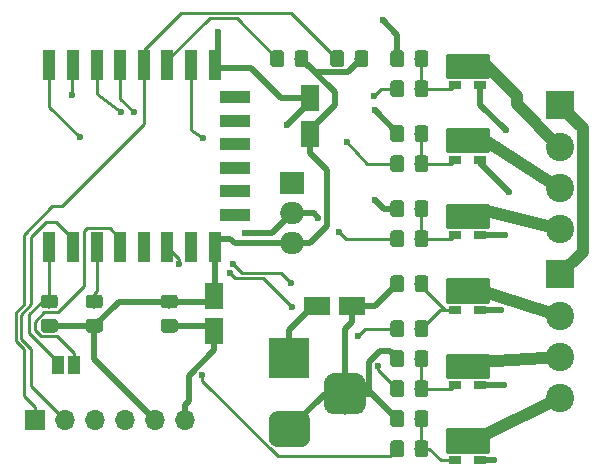
<source format=gbr>
G04 #@! TF.GenerationSoftware,KiCad,Pcbnew,(5.1.2-1)-1*
G04 #@! TF.CreationDate,2019-06-02T20:44:53-07:00*
G04 #@! TF.ProjectId,esp_lights,6573705f-6c69-4676-9874-732e6b696361,rev?*
G04 #@! TF.SameCoordinates,Original*
G04 #@! TF.FileFunction,Copper,L1,Top*
G04 #@! TF.FilePolarity,Positive*
%FSLAX46Y46*%
G04 Gerber Fmt 4.6, Leading zero omitted, Abs format (unit mm)*
G04 Created by KiCad (PCBNEW (5.1.2-1)-1) date 2019-06-02 20:44:53*
%MOMM*%
%LPD*%
G04 APERTURE LIST*
%ADD10R,1.060000X0.650000*%
%ADD11C,0.100000*%
%ADD12C,1.150000*%
%ADD13O,1.700000X1.700000*%
%ADD14R,1.700000X1.700000*%
%ADD15C,3.500000*%
%ADD16C,3.000000*%
%ADD17R,3.500000X3.500000*%
%ADD18O,2.000000X1.905000*%
%ADD19R,2.000000X1.905000*%
%ADD20R,2.200000X1.600000*%
%ADD21R,1.600000X2.200000*%
%ADD22R,1.100000X2.500000*%
%ADD23R,2.500000X1.100000*%
%ADD24R,2.400000X2.400000*%
%ADD25C,2.400000*%
%ADD26R,1.000000X1.500000*%
%ADD27C,0.600000*%
%ADD28C,0.500000*%
%ADD29C,1.000000*%
%ADD30C,0.250000*%
%ADD31C,0.254000*%
G04 APERTURE END LIST*
D10*
X182550000Y-67310000D03*
X182550000Y-66360000D03*
X182550000Y-68260000D03*
X180350000Y-68260000D03*
X180350000Y-67310000D03*
X180350000Y-66360000D03*
X182550000Y-73660000D03*
X182550000Y-72710000D03*
X182550000Y-74610000D03*
X180350000Y-74610000D03*
X180350000Y-73660000D03*
X180350000Y-72710000D03*
X182550000Y-80010000D03*
X182550000Y-79060000D03*
X182550000Y-80960000D03*
X180350000Y-80960000D03*
X180350000Y-80010000D03*
X180350000Y-79060000D03*
X182550000Y-86360000D03*
X182550000Y-85410000D03*
X182550000Y-87310000D03*
X180350000Y-87310000D03*
X180350000Y-86360000D03*
X180350000Y-85410000D03*
X182550000Y-92710000D03*
X182550000Y-91760000D03*
X182550000Y-93660000D03*
X180350000Y-93660000D03*
X180350000Y-92710000D03*
X180350000Y-91760000D03*
X182550000Y-99060000D03*
X182550000Y-98110000D03*
X182550000Y-100010000D03*
X180350000Y-100010000D03*
X180350000Y-99060000D03*
X180350000Y-98110000D03*
D11*
G36*
X156684505Y-88081204D02*
G01*
X156708773Y-88084804D01*
X156732572Y-88090765D01*
X156755671Y-88099030D01*
X156777850Y-88109520D01*
X156798893Y-88122132D01*
X156818599Y-88136747D01*
X156836777Y-88153223D01*
X156853253Y-88171401D01*
X156867868Y-88191107D01*
X156880480Y-88212150D01*
X156890970Y-88234329D01*
X156899235Y-88257428D01*
X156905196Y-88281227D01*
X156908796Y-88305495D01*
X156910000Y-88329999D01*
X156910000Y-88980001D01*
X156908796Y-89004505D01*
X156905196Y-89028773D01*
X156899235Y-89052572D01*
X156890970Y-89075671D01*
X156880480Y-89097850D01*
X156867868Y-89118893D01*
X156853253Y-89138599D01*
X156836777Y-89156777D01*
X156818599Y-89173253D01*
X156798893Y-89187868D01*
X156777850Y-89200480D01*
X156755671Y-89210970D01*
X156732572Y-89219235D01*
X156708773Y-89225196D01*
X156684505Y-89228796D01*
X156660001Y-89230000D01*
X155759999Y-89230000D01*
X155735495Y-89228796D01*
X155711227Y-89225196D01*
X155687428Y-89219235D01*
X155664329Y-89210970D01*
X155642150Y-89200480D01*
X155621107Y-89187868D01*
X155601401Y-89173253D01*
X155583223Y-89156777D01*
X155566747Y-89138599D01*
X155552132Y-89118893D01*
X155539520Y-89097850D01*
X155529030Y-89075671D01*
X155520765Y-89052572D01*
X155514804Y-89028773D01*
X155511204Y-89004505D01*
X155510000Y-88980001D01*
X155510000Y-88329999D01*
X155511204Y-88305495D01*
X155514804Y-88281227D01*
X155520765Y-88257428D01*
X155529030Y-88234329D01*
X155539520Y-88212150D01*
X155552132Y-88191107D01*
X155566747Y-88171401D01*
X155583223Y-88153223D01*
X155601401Y-88136747D01*
X155621107Y-88122132D01*
X155642150Y-88109520D01*
X155664329Y-88099030D01*
X155687428Y-88090765D01*
X155711227Y-88084804D01*
X155735495Y-88081204D01*
X155759999Y-88080000D01*
X156660001Y-88080000D01*
X156684505Y-88081204D01*
X156684505Y-88081204D01*
G37*
D12*
X156210000Y-88655000D03*
D11*
G36*
X156684505Y-86031204D02*
G01*
X156708773Y-86034804D01*
X156732572Y-86040765D01*
X156755671Y-86049030D01*
X156777850Y-86059520D01*
X156798893Y-86072132D01*
X156818599Y-86086747D01*
X156836777Y-86103223D01*
X156853253Y-86121401D01*
X156867868Y-86141107D01*
X156880480Y-86162150D01*
X156890970Y-86184329D01*
X156899235Y-86207428D01*
X156905196Y-86231227D01*
X156908796Y-86255495D01*
X156910000Y-86279999D01*
X156910000Y-86930001D01*
X156908796Y-86954505D01*
X156905196Y-86978773D01*
X156899235Y-87002572D01*
X156890970Y-87025671D01*
X156880480Y-87047850D01*
X156867868Y-87068893D01*
X156853253Y-87088599D01*
X156836777Y-87106777D01*
X156818599Y-87123253D01*
X156798893Y-87137868D01*
X156777850Y-87150480D01*
X156755671Y-87160970D01*
X156732572Y-87169235D01*
X156708773Y-87175196D01*
X156684505Y-87178796D01*
X156660001Y-87180000D01*
X155759999Y-87180000D01*
X155735495Y-87178796D01*
X155711227Y-87175196D01*
X155687428Y-87169235D01*
X155664329Y-87160970D01*
X155642150Y-87150480D01*
X155621107Y-87137868D01*
X155601401Y-87123253D01*
X155583223Y-87106777D01*
X155566747Y-87088599D01*
X155552132Y-87068893D01*
X155539520Y-87047850D01*
X155529030Y-87025671D01*
X155520765Y-87002572D01*
X155514804Y-86978773D01*
X155511204Y-86954505D01*
X155510000Y-86930001D01*
X155510000Y-86279999D01*
X155511204Y-86255495D01*
X155514804Y-86231227D01*
X155520765Y-86207428D01*
X155529030Y-86184329D01*
X155539520Y-86162150D01*
X155552132Y-86141107D01*
X155566747Y-86121401D01*
X155583223Y-86103223D01*
X155601401Y-86086747D01*
X155621107Y-86072132D01*
X155642150Y-86059520D01*
X155664329Y-86049030D01*
X155687428Y-86040765D01*
X155711227Y-86034804D01*
X155735495Y-86031204D01*
X155759999Y-86030000D01*
X156660001Y-86030000D01*
X156684505Y-86031204D01*
X156684505Y-86031204D01*
G37*
D12*
X156210000Y-86605000D03*
D11*
G36*
X150334505Y-86031204D02*
G01*
X150358773Y-86034804D01*
X150382572Y-86040765D01*
X150405671Y-86049030D01*
X150427850Y-86059520D01*
X150448893Y-86072132D01*
X150468599Y-86086747D01*
X150486777Y-86103223D01*
X150503253Y-86121401D01*
X150517868Y-86141107D01*
X150530480Y-86162150D01*
X150540970Y-86184329D01*
X150549235Y-86207428D01*
X150555196Y-86231227D01*
X150558796Y-86255495D01*
X150560000Y-86279999D01*
X150560000Y-86930001D01*
X150558796Y-86954505D01*
X150555196Y-86978773D01*
X150549235Y-87002572D01*
X150540970Y-87025671D01*
X150530480Y-87047850D01*
X150517868Y-87068893D01*
X150503253Y-87088599D01*
X150486777Y-87106777D01*
X150468599Y-87123253D01*
X150448893Y-87137868D01*
X150427850Y-87150480D01*
X150405671Y-87160970D01*
X150382572Y-87169235D01*
X150358773Y-87175196D01*
X150334505Y-87178796D01*
X150310001Y-87180000D01*
X149409999Y-87180000D01*
X149385495Y-87178796D01*
X149361227Y-87175196D01*
X149337428Y-87169235D01*
X149314329Y-87160970D01*
X149292150Y-87150480D01*
X149271107Y-87137868D01*
X149251401Y-87123253D01*
X149233223Y-87106777D01*
X149216747Y-87088599D01*
X149202132Y-87068893D01*
X149189520Y-87047850D01*
X149179030Y-87025671D01*
X149170765Y-87002572D01*
X149164804Y-86978773D01*
X149161204Y-86954505D01*
X149160000Y-86930001D01*
X149160000Y-86279999D01*
X149161204Y-86255495D01*
X149164804Y-86231227D01*
X149170765Y-86207428D01*
X149179030Y-86184329D01*
X149189520Y-86162150D01*
X149202132Y-86141107D01*
X149216747Y-86121401D01*
X149233223Y-86103223D01*
X149251401Y-86086747D01*
X149271107Y-86072132D01*
X149292150Y-86059520D01*
X149314329Y-86049030D01*
X149337428Y-86040765D01*
X149361227Y-86034804D01*
X149385495Y-86031204D01*
X149409999Y-86030000D01*
X150310001Y-86030000D01*
X150334505Y-86031204D01*
X150334505Y-86031204D01*
G37*
D12*
X149860000Y-86605000D03*
D11*
G36*
X150334505Y-88081204D02*
G01*
X150358773Y-88084804D01*
X150382572Y-88090765D01*
X150405671Y-88099030D01*
X150427850Y-88109520D01*
X150448893Y-88122132D01*
X150468599Y-88136747D01*
X150486777Y-88153223D01*
X150503253Y-88171401D01*
X150517868Y-88191107D01*
X150530480Y-88212150D01*
X150540970Y-88234329D01*
X150549235Y-88257428D01*
X150555196Y-88281227D01*
X150558796Y-88305495D01*
X150560000Y-88329999D01*
X150560000Y-88980001D01*
X150558796Y-89004505D01*
X150555196Y-89028773D01*
X150549235Y-89052572D01*
X150540970Y-89075671D01*
X150530480Y-89097850D01*
X150517868Y-89118893D01*
X150503253Y-89138599D01*
X150486777Y-89156777D01*
X150468599Y-89173253D01*
X150448893Y-89187868D01*
X150427850Y-89200480D01*
X150405671Y-89210970D01*
X150382572Y-89219235D01*
X150358773Y-89225196D01*
X150334505Y-89228796D01*
X150310001Y-89230000D01*
X149409999Y-89230000D01*
X149385495Y-89228796D01*
X149361227Y-89225196D01*
X149337428Y-89219235D01*
X149314329Y-89210970D01*
X149292150Y-89200480D01*
X149271107Y-89187868D01*
X149251401Y-89173253D01*
X149233223Y-89156777D01*
X149216747Y-89138599D01*
X149202132Y-89118893D01*
X149189520Y-89097850D01*
X149179030Y-89075671D01*
X149170765Y-89052572D01*
X149164804Y-89028773D01*
X149161204Y-89004505D01*
X149160000Y-88980001D01*
X149160000Y-88329999D01*
X149161204Y-88305495D01*
X149164804Y-88281227D01*
X149170765Y-88257428D01*
X149179030Y-88234329D01*
X149189520Y-88212150D01*
X149202132Y-88191107D01*
X149216747Y-88171401D01*
X149233223Y-88153223D01*
X149251401Y-88136747D01*
X149271107Y-88122132D01*
X149292150Y-88109520D01*
X149314329Y-88099030D01*
X149337428Y-88090765D01*
X149361227Y-88084804D01*
X149385495Y-88081204D01*
X149409999Y-88080000D01*
X150310001Y-88080000D01*
X150334505Y-88081204D01*
X150334505Y-88081204D01*
G37*
D12*
X149860000Y-88655000D03*
D11*
G36*
X146524505Y-86031204D02*
G01*
X146548773Y-86034804D01*
X146572572Y-86040765D01*
X146595671Y-86049030D01*
X146617850Y-86059520D01*
X146638893Y-86072132D01*
X146658599Y-86086747D01*
X146676777Y-86103223D01*
X146693253Y-86121401D01*
X146707868Y-86141107D01*
X146720480Y-86162150D01*
X146730970Y-86184329D01*
X146739235Y-86207428D01*
X146745196Y-86231227D01*
X146748796Y-86255495D01*
X146750000Y-86279999D01*
X146750000Y-86930001D01*
X146748796Y-86954505D01*
X146745196Y-86978773D01*
X146739235Y-87002572D01*
X146730970Y-87025671D01*
X146720480Y-87047850D01*
X146707868Y-87068893D01*
X146693253Y-87088599D01*
X146676777Y-87106777D01*
X146658599Y-87123253D01*
X146638893Y-87137868D01*
X146617850Y-87150480D01*
X146595671Y-87160970D01*
X146572572Y-87169235D01*
X146548773Y-87175196D01*
X146524505Y-87178796D01*
X146500001Y-87180000D01*
X145599999Y-87180000D01*
X145575495Y-87178796D01*
X145551227Y-87175196D01*
X145527428Y-87169235D01*
X145504329Y-87160970D01*
X145482150Y-87150480D01*
X145461107Y-87137868D01*
X145441401Y-87123253D01*
X145423223Y-87106777D01*
X145406747Y-87088599D01*
X145392132Y-87068893D01*
X145379520Y-87047850D01*
X145369030Y-87025671D01*
X145360765Y-87002572D01*
X145354804Y-86978773D01*
X145351204Y-86954505D01*
X145350000Y-86930001D01*
X145350000Y-86279999D01*
X145351204Y-86255495D01*
X145354804Y-86231227D01*
X145360765Y-86207428D01*
X145369030Y-86184329D01*
X145379520Y-86162150D01*
X145392132Y-86141107D01*
X145406747Y-86121401D01*
X145423223Y-86103223D01*
X145441401Y-86086747D01*
X145461107Y-86072132D01*
X145482150Y-86059520D01*
X145504329Y-86049030D01*
X145527428Y-86040765D01*
X145551227Y-86034804D01*
X145575495Y-86031204D01*
X145599999Y-86030000D01*
X146500001Y-86030000D01*
X146524505Y-86031204D01*
X146524505Y-86031204D01*
G37*
D12*
X146050000Y-86605000D03*
D11*
G36*
X146524505Y-88081204D02*
G01*
X146548773Y-88084804D01*
X146572572Y-88090765D01*
X146595671Y-88099030D01*
X146617850Y-88109520D01*
X146638893Y-88122132D01*
X146658599Y-88136747D01*
X146676777Y-88153223D01*
X146693253Y-88171401D01*
X146707868Y-88191107D01*
X146720480Y-88212150D01*
X146730970Y-88234329D01*
X146739235Y-88257428D01*
X146745196Y-88281227D01*
X146748796Y-88305495D01*
X146750000Y-88329999D01*
X146750000Y-88980001D01*
X146748796Y-89004505D01*
X146745196Y-89028773D01*
X146739235Y-89052572D01*
X146730970Y-89075671D01*
X146720480Y-89097850D01*
X146707868Y-89118893D01*
X146693253Y-89138599D01*
X146676777Y-89156777D01*
X146658599Y-89173253D01*
X146638893Y-89187868D01*
X146617850Y-89200480D01*
X146595671Y-89210970D01*
X146572572Y-89219235D01*
X146548773Y-89225196D01*
X146524505Y-89228796D01*
X146500001Y-89230000D01*
X145599999Y-89230000D01*
X145575495Y-89228796D01*
X145551227Y-89225196D01*
X145527428Y-89219235D01*
X145504329Y-89210970D01*
X145482150Y-89200480D01*
X145461107Y-89187868D01*
X145441401Y-89173253D01*
X145423223Y-89156777D01*
X145406747Y-89138599D01*
X145392132Y-89118893D01*
X145379520Y-89097850D01*
X145369030Y-89075671D01*
X145360765Y-89052572D01*
X145354804Y-89028773D01*
X145351204Y-89004505D01*
X145350000Y-88980001D01*
X145350000Y-88329999D01*
X145351204Y-88305495D01*
X145354804Y-88281227D01*
X145360765Y-88257428D01*
X145369030Y-88234329D01*
X145379520Y-88212150D01*
X145392132Y-88191107D01*
X145406747Y-88171401D01*
X145423223Y-88153223D01*
X145441401Y-88136747D01*
X145461107Y-88122132D01*
X145482150Y-88109520D01*
X145504329Y-88099030D01*
X145527428Y-88090765D01*
X145551227Y-88084804D01*
X145575495Y-88081204D01*
X145599999Y-88080000D01*
X146500001Y-88080000D01*
X146524505Y-88081204D01*
X146524505Y-88081204D01*
G37*
D12*
X146050000Y-88655000D03*
D11*
G36*
X170774505Y-65341204D02*
G01*
X170798773Y-65344804D01*
X170822572Y-65350765D01*
X170845671Y-65359030D01*
X170867850Y-65369520D01*
X170888893Y-65382132D01*
X170908599Y-65396747D01*
X170926777Y-65413223D01*
X170943253Y-65431401D01*
X170957868Y-65451107D01*
X170970480Y-65472150D01*
X170980970Y-65494329D01*
X170989235Y-65517428D01*
X170995196Y-65541227D01*
X170998796Y-65565495D01*
X171000000Y-65589999D01*
X171000000Y-66490001D01*
X170998796Y-66514505D01*
X170995196Y-66538773D01*
X170989235Y-66562572D01*
X170980970Y-66585671D01*
X170970480Y-66607850D01*
X170957868Y-66628893D01*
X170943253Y-66648599D01*
X170926777Y-66666777D01*
X170908599Y-66683253D01*
X170888893Y-66697868D01*
X170867850Y-66710480D01*
X170845671Y-66720970D01*
X170822572Y-66729235D01*
X170798773Y-66735196D01*
X170774505Y-66738796D01*
X170750001Y-66740000D01*
X170099999Y-66740000D01*
X170075495Y-66738796D01*
X170051227Y-66735196D01*
X170027428Y-66729235D01*
X170004329Y-66720970D01*
X169982150Y-66710480D01*
X169961107Y-66697868D01*
X169941401Y-66683253D01*
X169923223Y-66666777D01*
X169906747Y-66648599D01*
X169892132Y-66628893D01*
X169879520Y-66607850D01*
X169869030Y-66585671D01*
X169860765Y-66562572D01*
X169854804Y-66538773D01*
X169851204Y-66514505D01*
X169850000Y-66490001D01*
X169850000Y-65589999D01*
X169851204Y-65565495D01*
X169854804Y-65541227D01*
X169860765Y-65517428D01*
X169869030Y-65494329D01*
X169879520Y-65472150D01*
X169892132Y-65451107D01*
X169906747Y-65431401D01*
X169923223Y-65413223D01*
X169941401Y-65396747D01*
X169961107Y-65382132D01*
X169982150Y-65369520D01*
X170004329Y-65359030D01*
X170027428Y-65350765D01*
X170051227Y-65344804D01*
X170075495Y-65341204D01*
X170099999Y-65340000D01*
X170750001Y-65340000D01*
X170774505Y-65341204D01*
X170774505Y-65341204D01*
G37*
D12*
X170425000Y-66040000D03*
D11*
G36*
X172824505Y-65341204D02*
G01*
X172848773Y-65344804D01*
X172872572Y-65350765D01*
X172895671Y-65359030D01*
X172917850Y-65369520D01*
X172938893Y-65382132D01*
X172958599Y-65396747D01*
X172976777Y-65413223D01*
X172993253Y-65431401D01*
X173007868Y-65451107D01*
X173020480Y-65472150D01*
X173030970Y-65494329D01*
X173039235Y-65517428D01*
X173045196Y-65541227D01*
X173048796Y-65565495D01*
X173050000Y-65589999D01*
X173050000Y-66490001D01*
X173048796Y-66514505D01*
X173045196Y-66538773D01*
X173039235Y-66562572D01*
X173030970Y-66585671D01*
X173020480Y-66607850D01*
X173007868Y-66628893D01*
X172993253Y-66648599D01*
X172976777Y-66666777D01*
X172958599Y-66683253D01*
X172938893Y-66697868D01*
X172917850Y-66710480D01*
X172895671Y-66720970D01*
X172872572Y-66729235D01*
X172848773Y-66735196D01*
X172824505Y-66738796D01*
X172800001Y-66740000D01*
X172149999Y-66740000D01*
X172125495Y-66738796D01*
X172101227Y-66735196D01*
X172077428Y-66729235D01*
X172054329Y-66720970D01*
X172032150Y-66710480D01*
X172011107Y-66697868D01*
X171991401Y-66683253D01*
X171973223Y-66666777D01*
X171956747Y-66648599D01*
X171942132Y-66628893D01*
X171929520Y-66607850D01*
X171919030Y-66585671D01*
X171910765Y-66562572D01*
X171904804Y-66538773D01*
X171901204Y-66514505D01*
X171900000Y-66490001D01*
X171900000Y-65589999D01*
X171901204Y-65565495D01*
X171904804Y-65541227D01*
X171910765Y-65517428D01*
X171919030Y-65494329D01*
X171929520Y-65472150D01*
X171942132Y-65451107D01*
X171956747Y-65431401D01*
X171973223Y-65413223D01*
X171991401Y-65396747D01*
X172011107Y-65382132D01*
X172032150Y-65369520D01*
X172054329Y-65359030D01*
X172077428Y-65350765D01*
X172101227Y-65344804D01*
X172125495Y-65341204D01*
X172149999Y-65340000D01*
X172800001Y-65340000D01*
X172824505Y-65341204D01*
X172824505Y-65341204D01*
G37*
D12*
X172475000Y-66040000D03*
D11*
G36*
X165694505Y-65341204D02*
G01*
X165718773Y-65344804D01*
X165742572Y-65350765D01*
X165765671Y-65359030D01*
X165787850Y-65369520D01*
X165808893Y-65382132D01*
X165828599Y-65396747D01*
X165846777Y-65413223D01*
X165863253Y-65431401D01*
X165877868Y-65451107D01*
X165890480Y-65472150D01*
X165900970Y-65494329D01*
X165909235Y-65517428D01*
X165915196Y-65541227D01*
X165918796Y-65565495D01*
X165920000Y-65589999D01*
X165920000Y-66490001D01*
X165918796Y-66514505D01*
X165915196Y-66538773D01*
X165909235Y-66562572D01*
X165900970Y-66585671D01*
X165890480Y-66607850D01*
X165877868Y-66628893D01*
X165863253Y-66648599D01*
X165846777Y-66666777D01*
X165828599Y-66683253D01*
X165808893Y-66697868D01*
X165787850Y-66710480D01*
X165765671Y-66720970D01*
X165742572Y-66729235D01*
X165718773Y-66735196D01*
X165694505Y-66738796D01*
X165670001Y-66740000D01*
X165019999Y-66740000D01*
X164995495Y-66738796D01*
X164971227Y-66735196D01*
X164947428Y-66729235D01*
X164924329Y-66720970D01*
X164902150Y-66710480D01*
X164881107Y-66697868D01*
X164861401Y-66683253D01*
X164843223Y-66666777D01*
X164826747Y-66648599D01*
X164812132Y-66628893D01*
X164799520Y-66607850D01*
X164789030Y-66585671D01*
X164780765Y-66562572D01*
X164774804Y-66538773D01*
X164771204Y-66514505D01*
X164770000Y-66490001D01*
X164770000Y-65589999D01*
X164771204Y-65565495D01*
X164774804Y-65541227D01*
X164780765Y-65517428D01*
X164789030Y-65494329D01*
X164799520Y-65472150D01*
X164812132Y-65451107D01*
X164826747Y-65431401D01*
X164843223Y-65413223D01*
X164861401Y-65396747D01*
X164881107Y-65382132D01*
X164902150Y-65369520D01*
X164924329Y-65359030D01*
X164947428Y-65350765D01*
X164971227Y-65344804D01*
X164995495Y-65341204D01*
X165019999Y-65340000D01*
X165670001Y-65340000D01*
X165694505Y-65341204D01*
X165694505Y-65341204D01*
G37*
D12*
X165345000Y-66040000D03*
D11*
G36*
X167744505Y-65341204D02*
G01*
X167768773Y-65344804D01*
X167792572Y-65350765D01*
X167815671Y-65359030D01*
X167837850Y-65369520D01*
X167858893Y-65382132D01*
X167878599Y-65396747D01*
X167896777Y-65413223D01*
X167913253Y-65431401D01*
X167927868Y-65451107D01*
X167940480Y-65472150D01*
X167950970Y-65494329D01*
X167959235Y-65517428D01*
X167965196Y-65541227D01*
X167968796Y-65565495D01*
X167970000Y-65589999D01*
X167970000Y-66490001D01*
X167968796Y-66514505D01*
X167965196Y-66538773D01*
X167959235Y-66562572D01*
X167950970Y-66585671D01*
X167940480Y-66607850D01*
X167927868Y-66628893D01*
X167913253Y-66648599D01*
X167896777Y-66666777D01*
X167878599Y-66683253D01*
X167858893Y-66697868D01*
X167837850Y-66710480D01*
X167815671Y-66720970D01*
X167792572Y-66729235D01*
X167768773Y-66735196D01*
X167744505Y-66738796D01*
X167720001Y-66740000D01*
X167069999Y-66740000D01*
X167045495Y-66738796D01*
X167021227Y-66735196D01*
X166997428Y-66729235D01*
X166974329Y-66720970D01*
X166952150Y-66710480D01*
X166931107Y-66697868D01*
X166911401Y-66683253D01*
X166893223Y-66666777D01*
X166876747Y-66648599D01*
X166862132Y-66628893D01*
X166849520Y-66607850D01*
X166839030Y-66585671D01*
X166830765Y-66562572D01*
X166824804Y-66538773D01*
X166821204Y-66514505D01*
X166820000Y-66490001D01*
X166820000Y-65589999D01*
X166821204Y-65565495D01*
X166824804Y-65541227D01*
X166830765Y-65517428D01*
X166839030Y-65494329D01*
X166849520Y-65472150D01*
X166862132Y-65451107D01*
X166876747Y-65431401D01*
X166893223Y-65413223D01*
X166911401Y-65396747D01*
X166931107Y-65382132D01*
X166952150Y-65369520D01*
X166974329Y-65359030D01*
X166997428Y-65350765D01*
X167021227Y-65344804D01*
X167045495Y-65341204D01*
X167069999Y-65340000D01*
X167720001Y-65340000D01*
X167744505Y-65341204D01*
X167744505Y-65341204D01*
G37*
D12*
X167395000Y-66040000D03*
D11*
G36*
X177904505Y-67881204D02*
G01*
X177928773Y-67884804D01*
X177952572Y-67890765D01*
X177975671Y-67899030D01*
X177997850Y-67909520D01*
X178018893Y-67922132D01*
X178038599Y-67936747D01*
X178056777Y-67953223D01*
X178073253Y-67971401D01*
X178087868Y-67991107D01*
X178100480Y-68012150D01*
X178110970Y-68034329D01*
X178119235Y-68057428D01*
X178125196Y-68081227D01*
X178128796Y-68105495D01*
X178130000Y-68129999D01*
X178130000Y-69030001D01*
X178128796Y-69054505D01*
X178125196Y-69078773D01*
X178119235Y-69102572D01*
X178110970Y-69125671D01*
X178100480Y-69147850D01*
X178087868Y-69168893D01*
X178073253Y-69188599D01*
X178056777Y-69206777D01*
X178038599Y-69223253D01*
X178018893Y-69237868D01*
X177997850Y-69250480D01*
X177975671Y-69260970D01*
X177952572Y-69269235D01*
X177928773Y-69275196D01*
X177904505Y-69278796D01*
X177880001Y-69280000D01*
X177229999Y-69280000D01*
X177205495Y-69278796D01*
X177181227Y-69275196D01*
X177157428Y-69269235D01*
X177134329Y-69260970D01*
X177112150Y-69250480D01*
X177091107Y-69237868D01*
X177071401Y-69223253D01*
X177053223Y-69206777D01*
X177036747Y-69188599D01*
X177022132Y-69168893D01*
X177009520Y-69147850D01*
X176999030Y-69125671D01*
X176990765Y-69102572D01*
X176984804Y-69078773D01*
X176981204Y-69054505D01*
X176980000Y-69030001D01*
X176980000Y-68129999D01*
X176981204Y-68105495D01*
X176984804Y-68081227D01*
X176990765Y-68057428D01*
X176999030Y-68034329D01*
X177009520Y-68012150D01*
X177022132Y-67991107D01*
X177036747Y-67971401D01*
X177053223Y-67953223D01*
X177071401Y-67936747D01*
X177091107Y-67922132D01*
X177112150Y-67909520D01*
X177134329Y-67899030D01*
X177157428Y-67890765D01*
X177181227Y-67884804D01*
X177205495Y-67881204D01*
X177229999Y-67880000D01*
X177880001Y-67880000D01*
X177904505Y-67881204D01*
X177904505Y-67881204D01*
G37*
D12*
X177555000Y-68580000D03*
D11*
G36*
X175854505Y-67881204D02*
G01*
X175878773Y-67884804D01*
X175902572Y-67890765D01*
X175925671Y-67899030D01*
X175947850Y-67909520D01*
X175968893Y-67922132D01*
X175988599Y-67936747D01*
X176006777Y-67953223D01*
X176023253Y-67971401D01*
X176037868Y-67991107D01*
X176050480Y-68012150D01*
X176060970Y-68034329D01*
X176069235Y-68057428D01*
X176075196Y-68081227D01*
X176078796Y-68105495D01*
X176080000Y-68129999D01*
X176080000Y-69030001D01*
X176078796Y-69054505D01*
X176075196Y-69078773D01*
X176069235Y-69102572D01*
X176060970Y-69125671D01*
X176050480Y-69147850D01*
X176037868Y-69168893D01*
X176023253Y-69188599D01*
X176006777Y-69206777D01*
X175988599Y-69223253D01*
X175968893Y-69237868D01*
X175947850Y-69250480D01*
X175925671Y-69260970D01*
X175902572Y-69269235D01*
X175878773Y-69275196D01*
X175854505Y-69278796D01*
X175830001Y-69280000D01*
X175179999Y-69280000D01*
X175155495Y-69278796D01*
X175131227Y-69275196D01*
X175107428Y-69269235D01*
X175084329Y-69260970D01*
X175062150Y-69250480D01*
X175041107Y-69237868D01*
X175021401Y-69223253D01*
X175003223Y-69206777D01*
X174986747Y-69188599D01*
X174972132Y-69168893D01*
X174959520Y-69147850D01*
X174949030Y-69125671D01*
X174940765Y-69102572D01*
X174934804Y-69078773D01*
X174931204Y-69054505D01*
X174930000Y-69030001D01*
X174930000Y-68129999D01*
X174931204Y-68105495D01*
X174934804Y-68081227D01*
X174940765Y-68057428D01*
X174949030Y-68034329D01*
X174959520Y-68012150D01*
X174972132Y-67991107D01*
X174986747Y-67971401D01*
X175003223Y-67953223D01*
X175021401Y-67936747D01*
X175041107Y-67922132D01*
X175062150Y-67909520D01*
X175084329Y-67899030D01*
X175107428Y-67890765D01*
X175131227Y-67884804D01*
X175155495Y-67881204D01*
X175179999Y-67880000D01*
X175830001Y-67880000D01*
X175854505Y-67881204D01*
X175854505Y-67881204D01*
G37*
D12*
X175505000Y-68580000D03*
D11*
G36*
X177904505Y-74231204D02*
G01*
X177928773Y-74234804D01*
X177952572Y-74240765D01*
X177975671Y-74249030D01*
X177997850Y-74259520D01*
X178018893Y-74272132D01*
X178038599Y-74286747D01*
X178056777Y-74303223D01*
X178073253Y-74321401D01*
X178087868Y-74341107D01*
X178100480Y-74362150D01*
X178110970Y-74384329D01*
X178119235Y-74407428D01*
X178125196Y-74431227D01*
X178128796Y-74455495D01*
X178130000Y-74479999D01*
X178130000Y-75380001D01*
X178128796Y-75404505D01*
X178125196Y-75428773D01*
X178119235Y-75452572D01*
X178110970Y-75475671D01*
X178100480Y-75497850D01*
X178087868Y-75518893D01*
X178073253Y-75538599D01*
X178056777Y-75556777D01*
X178038599Y-75573253D01*
X178018893Y-75587868D01*
X177997850Y-75600480D01*
X177975671Y-75610970D01*
X177952572Y-75619235D01*
X177928773Y-75625196D01*
X177904505Y-75628796D01*
X177880001Y-75630000D01*
X177229999Y-75630000D01*
X177205495Y-75628796D01*
X177181227Y-75625196D01*
X177157428Y-75619235D01*
X177134329Y-75610970D01*
X177112150Y-75600480D01*
X177091107Y-75587868D01*
X177071401Y-75573253D01*
X177053223Y-75556777D01*
X177036747Y-75538599D01*
X177022132Y-75518893D01*
X177009520Y-75497850D01*
X176999030Y-75475671D01*
X176990765Y-75452572D01*
X176984804Y-75428773D01*
X176981204Y-75404505D01*
X176980000Y-75380001D01*
X176980000Y-74479999D01*
X176981204Y-74455495D01*
X176984804Y-74431227D01*
X176990765Y-74407428D01*
X176999030Y-74384329D01*
X177009520Y-74362150D01*
X177022132Y-74341107D01*
X177036747Y-74321401D01*
X177053223Y-74303223D01*
X177071401Y-74286747D01*
X177091107Y-74272132D01*
X177112150Y-74259520D01*
X177134329Y-74249030D01*
X177157428Y-74240765D01*
X177181227Y-74234804D01*
X177205495Y-74231204D01*
X177229999Y-74230000D01*
X177880001Y-74230000D01*
X177904505Y-74231204D01*
X177904505Y-74231204D01*
G37*
D12*
X177555000Y-74930000D03*
D11*
G36*
X175854505Y-74231204D02*
G01*
X175878773Y-74234804D01*
X175902572Y-74240765D01*
X175925671Y-74249030D01*
X175947850Y-74259520D01*
X175968893Y-74272132D01*
X175988599Y-74286747D01*
X176006777Y-74303223D01*
X176023253Y-74321401D01*
X176037868Y-74341107D01*
X176050480Y-74362150D01*
X176060970Y-74384329D01*
X176069235Y-74407428D01*
X176075196Y-74431227D01*
X176078796Y-74455495D01*
X176080000Y-74479999D01*
X176080000Y-75380001D01*
X176078796Y-75404505D01*
X176075196Y-75428773D01*
X176069235Y-75452572D01*
X176060970Y-75475671D01*
X176050480Y-75497850D01*
X176037868Y-75518893D01*
X176023253Y-75538599D01*
X176006777Y-75556777D01*
X175988599Y-75573253D01*
X175968893Y-75587868D01*
X175947850Y-75600480D01*
X175925671Y-75610970D01*
X175902572Y-75619235D01*
X175878773Y-75625196D01*
X175854505Y-75628796D01*
X175830001Y-75630000D01*
X175179999Y-75630000D01*
X175155495Y-75628796D01*
X175131227Y-75625196D01*
X175107428Y-75619235D01*
X175084329Y-75610970D01*
X175062150Y-75600480D01*
X175041107Y-75587868D01*
X175021401Y-75573253D01*
X175003223Y-75556777D01*
X174986747Y-75538599D01*
X174972132Y-75518893D01*
X174959520Y-75497850D01*
X174949030Y-75475671D01*
X174940765Y-75452572D01*
X174934804Y-75428773D01*
X174931204Y-75404505D01*
X174930000Y-75380001D01*
X174930000Y-74479999D01*
X174931204Y-74455495D01*
X174934804Y-74431227D01*
X174940765Y-74407428D01*
X174949030Y-74384329D01*
X174959520Y-74362150D01*
X174972132Y-74341107D01*
X174986747Y-74321401D01*
X175003223Y-74303223D01*
X175021401Y-74286747D01*
X175041107Y-74272132D01*
X175062150Y-74259520D01*
X175084329Y-74249030D01*
X175107428Y-74240765D01*
X175131227Y-74234804D01*
X175155495Y-74231204D01*
X175179999Y-74230000D01*
X175830001Y-74230000D01*
X175854505Y-74231204D01*
X175854505Y-74231204D01*
G37*
D12*
X175505000Y-74930000D03*
D11*
G36*
X177904505Y-80581204D02*
G01*
X177928773Y-80584804D01*
X177952572Y-80590765D01*
X177975671Y-80599030D01*
X177997850Y-80609520D01*
X178018893Y-80622132D01*
X178038599Y-80636747D01*
X178056777Y-80653223D01*
X178073253Y-80671401D01*
X178087868Y-80691107D01*
X178100480Y-80712150D01*
X178110970Y-80734329D01*
X178119235Y-80757428D01*
X178125196Y-80781227D01*
X178128796Y-80805495D01*
X178130000Y-80829999D01*
X178130000Y-81730001D01*
X178128796Y-81754505D01*
X178125196Y-81778773D01*
X178119235Y-81802572D01*
X178110970Y-81825671D01*
X178100480Y-81847850D01*
X178087868Y-81868893D01*
X178073253Y-81888599D01*
X178056777Y-81906777D01*
X178038599Y-81923253D01*
X178018893Y-81937868D01*
X177997850Y-81950480D01*
X177975671Y-81960970D01*
X177952572Y-81969235D01*
X177928773Y-81975196D01*
X177904505Y-81978796D01*
X177880001Y-81980000D01*
X177229999Y-81980000D01*
X177205495Y-81978796D01*
X177181227Y-81975196D01*
X177157428Y-81969235D01*
X177134329Y-81960970D01*
X177112150Y-81950480D01*
X177091107Y-81937868D01*
X177071401Y-81923253D01*
X177053223Y-81906777D01*
X177036747Y-81888599D01*
X177022132Y-81868893D01*
X177009520Y-81847850D01*
X176999030Y-81825671D01*
X176990765Y-81802572D01*
X176984804Y-81778773D01*
X176981204Y-81754505D01*
X176980000Y-81730001D01*
X176980000Y-80829999D01*
X176981204Y-80805495D01*
X176984804Y-80781227D01*
X176990765Y-80757428D01*
X176999030Y-80734329D01*
X177009520Y-80712150D01*
X177022132Y-80691107D01*
X177036747Y-80671401D01*
X177053223Y-80653223D01*
X177071401Y-80636747D01*
X177091107Y-80622132D01*
X177112150Y-80609520D01*
X177134329Y-80599030D01*
X177157428Y-80590765D01*
X177181227Y-80584804D01*
X177205495Y-80581204D01*
X177229999Y-80580000D01*
X177880001Y-80580000D01*
X177904505Y-80581204D01*
X177904505Y-80581204D01*
G37*
D12*
X177555000Y-81280000D03*
D11*
G36*
X175854505Y-80581204D02*
G01*
X175878773Y-80584804D01*
X175902572Y-80590765D01*
X175925671Y-80599030D01*
X175947850Y-80609520D01*
X175968893Y-80622132D01*
X175988599Y-80636747D01*
X176006777Y-80653223D01*
X176023253Y-80671401D01*
X176037868Y-80691107D01*
X176050480Y-80712150D01*
X176060970Y-80734329D01*
X176069235Y-80757428D01*
X176075196Y-80781227D01*
X176078796Y-80805495D01*
X176080000Y-80829999D01*
X176080000Y-81730001D01*
X176078796Y-81754505D01*
X176075196Y-81778773D01*
X176069235Y-81802572D01*
X176060970Y-81825671D01*
X176050480Y-81847850D01*
X176037868Y-81868893D01*
X176023253Y-81888599D01*
X176006777Y-81906777D01*
X175988599Y-81923253D01*
X175968893Y-81937868D01*
X175947850Y-81950480D01*
X175925671Y-81960970D01*
X175902572Y-81969235D01*
X175878773Y-81975196D01*
X175854505Y-81978796D01*
X175830001Y-81980000D01*
X175179999Y-81980000D01*
X175155495Y-81978796D01*
X175131227Y-81975196D01*
X175107428Y-81969235D01*
X175084329Y-81960970D01*
X175062150Y-81950480D01*
X175041107Y-81937868D01*
X175021401Y-81923253D01*
X175003223Y-81906777D01*
X174986747Y-81888599D01*
X174972132Y-81868893D01*
X174959520Y-81847850D01*
X174949030Y-81825671D01*
X174940765Y-81802572D01*
X174934804Y-81778773D01*
X174931204Y-81754505D01*
X174930000Y-81730001D01*
X174930000Y-80829999D01*
X174931204Y-80805495D01*
X174934804Y-80781227D01*
X174940765Y-80757428D01*
X174949030Y-80734329D01*
X174959520Y-80712150D01*
X174972132Y-80691107D01*
X174986747Y-80671401D01*
X175003223Y-80653223D01*
X175021401Y-80636747D01*
X175041107Y-80622132D01*
X175062150Y-80609520D01*
X175084329Y-80599030D01*
X175107428Y-80590765D01*
X175131227Y-80584804D01*
X175155495Y-80581204D01*
X175179999Y-80580000D01*
X175830001Y-80580000D01*
X175854505Y-80581204D01*
X175854505Y-80581204D01*
G37*
D12*
X175505000Y-81280000D03*
D11*
G36*
X177904505Y-88201204D02*
G01*
X177928773Y-88204804D01*
X177952572Y-88210765D01*
X177975671Y-88219030D01*
X177997850Y-88229520D01*
X178018893Y-88242132D01*
X178038599Y-88256747D01*
X178056777Y-88273223D01*
X178073253Y-88291401D01*
X178087868Y-88311107D01*
X178100480Y-88332150D01*
X178110970Y-88354329D01*
X178119235Y-88377428D01*
X178125196Y-88401227D01*
X178128796Y-88425495D01*
X178130000Y-88449999D01*
X178130000Y-89350001D01*
X178128796Y-89374505D01*
X178125196Y-89398773D01*
X178119235Y-89422572D01*
X178110970Y-89445671D01*
X178100480Y-89467850D01*
X178087868Y-89488893D01*
X178073253Y-89508599D01*
X178056777Y-89526777D01*
X178038599Y-89543253D01*
X178018893Y-89557868D01*
X177997850Y-89570480D01*
X177975671Y-89580970D01*
X177952572Y-89589235D01*
X177928773Y-89595196D01*
X177904505Y-89598796D01*
X177880001Y-89600000D01*
X177229999Y-89600000D01*
X177205495Y-89598796D01*
X177181227Y-89595196D01*
X177157428Y-89589235D01*
X177134329Y-89580970D01*
X177112150Y-89570480D01*
X177091107Y-89557868D01*
X177071401Y-89543253D01*
X177053223Y-89526777D01*
X177036747Y-89508599D01*
X177022132Y-89488893D01*
X177009520Y-89467850D01*
X176999030Y-89445671D01*
X176990765Y-89422572D01*
X176984804Y-89398773D01*
X176981204Y-89374505D01*
X176980000Y-89350001D01*
X176980000Y-88449999D01*
X176981204Y-88425495D01*
X176984804Y-88401227D01*
X176990765Y-88377428D01*
X176999030Y-88354329D01*
X177009520Y-88332150D01*
X177022132Y-88311107D01*
X177036747Y-88291401D01*
X177053223Y-88273223D01*
X177071401Y-88256747D01*
X177091107Y-88242132D01*
X177112150Y-88229520D01*
X177134329Y-88219030D01*
X177157428Y-88210765D01*
X177181227Y-88204804D01*
X177205495Y-88201204D01*
X177229999Y-88200000D01*
X177880001Y-88200000D01*
X177904505Y-88201204D01*
X177904505Y-88201204D01*
G37*
D12*
X177555000Y-88900000D03*
D11*
G36*
X175854505Y-88201204D02*
G01*
X175878773Y-88204804D01*
X175902572Y-88210765D01*
X175925671Y-88219030D01*
X175947850Y-88229520D01*
X175968893Y-88242132D01*
X175988599Y-88256747D01*
X176006777Y-88273223D01*
X176023253Y-88291401D01*
X176037868Y-88311107D01*
X176050480Y-88332150D01*
X176060970Y-88354329D01*
X176069235Y-88377428D01*
X176075196Y-88401227D01*
X176078796Y-88425495D01*
X176080000Y-88449999D01*
X176080000Y-89350001D01*
X176078796Y-89374505D01*
X176075196Y-89398773D01*
X176069235Y-89422572D01*
X176060970Y-89445671D01*
X176050480Y-89467850D01*
X176037868Y-89488893D01*
X176023253Y-89508599D01*
X176006777Y-89526777D01*
X175988599Y-89543253D01*
X175968893Y-89557868D01*
X175947850Y-89570480D01*
X175925671Y-89580970D01*
X175902572Y-89589235D01*
X175878773Y-89595196D01*
X175854505Y-89598796D01*
X175830001Y-89600000D01*
X175179999Y-89600000D01*
X175155495Y-89598796D01*
X175131227Y-89595196D01*
X175107428Y-89589235D01*
X175084329Y-89580970D01*
X175062150Y-89570480D01*
X175041107Y-89557868D01*
X175021401Y-89543253D01*
X175003223Y-89526777D01*
X174986747Y-89508599D01*
X174972132Y-89488893D01*
X174959520Y-89467850D01*
X174949030Y-89445671D01*
X174940765Y-89422572D01*
X174934804Y-89398773D01*
X174931204Y-89374505D01*
X174930000Y-89350001D01*
X174930000Y-88449999D01*
X174931204Y-88425495D01*
X174934804Y-88401227D01*
X174940765Y-88377428D01*
X174949030Y-88354329D01*
X174959520Y-88332150D01*
X174972132Y-88311107D01*
X174986747Y-88291401D01*
X175003223Y-88273223D01*
X175021401Y-88256747D01*
X175041107Y-88242132D01*
X175062150Y-88229520D01*
X175084329Y-88219030D01*
X175107428Y-88210765D01*
X175131227Y-88204804D01*
X175155495Y-88201204D01*
X175179999Y-88200000D01*
X175830001Y-88200000D01*
X175854505Y-88201204D01*
X175854505Y-88201204D01*
G37*
D12*
X175505000Y-88900000D03*
D11*
G36*
X177904505Y-93281204D02*
G01*
X177928773Y-93284804D01*
X177952572Y-93290765D01*
X177975671Y-93299030D01*
X177997850Y-93309520D01*
X178018893Y-93322132D01*
X178038599Y-93336747D01*
X178056777Y-93353223D01*
X178073253Y-93371401D01*
X178087868Y-93391107D01*
X178100480Y-93412150D01*
X178110970Y-93434329D01*
X178119235Y-93457428D01*
X178125196Y-93481227D01*
X178128796Y-93505495D01*
X178130000Y-93529999D01*
X178130000Y-94430001D01*
X178128796Y-94454505D01*
X178125196Y-94478773D01*
X178119235Y-94502572D01*
X178110970Y-94525671D01*
X178100480Y-94547850D01*
X178087868Y-94568893D01*
X178073253Y-94588599D01*
X178056777Y-94606777D01*
X178038599Y-94623253D01*
X178018893Y-94637868D01*
X177997850Y-94650480D01*
X177975671Y-94660970D01*
X177952572Y-94669235D01*
X177928773Y-94675196D01*
X177904505Y-94678796D01*
X177880001Y-94680000D01*
X177229999Y-94680000D01*
X177205495Y-94678796D01*
X177181227Y-94675196D01*
X177157428Y-94669235D01*
X177134329Y-94660970D01*
X177112150Y-94650480D01*
X177091107Y-94637868D01*
X177071401Y-94623253D01*
X177053223Y-94606777D01*
X177036747Y-94588599D01*
X177022132Y-94568893D01*
X177009520Y-94547850D01*
X176999030Y-94525671D01*
X176990765Y-94502572D01*
X176984804Y-94478773D01*
X176981204Y-94454505D01*
X176980000Y-94430001D01*
X176980000Y-93529999D01*
X176981204Y-93505495D01*
X176984804Y-93481227D01*
X176990765Y-93457428D01*
X176999030Y-93434329D01*
X177009520Y-93412150D01*
X177022132Y-93391107D01*
X177036747Y-93371401D01*
X177053223Y-93353223D01*
X177071401Y-93336747D01*
X177091107Y-93322132D01*
X177112150Y-93309520D01*
X177134329Y-93299030D01*
X177157428Y-93290765D01*
X177181227Y-93284804D01*
X177205495Y-93281204D01*
X177229999Y-93280000D01*
X177880001Y-93280000D01*
X177904505Y-93281204D01*
X177904505Y-93281204D01*
G37*
D12*
X177555000Y-93980000D03*
D11*
G36*
X175854505Y-93281204D02*
G01*
X175878773Y-93284804D01*
X175902572Y-93290765D01*
X175925671Y-93299030D01*
X175947850Y-93309520D01*
X175968893Y-93322132D01*
X175988599Y-93336747D01*
X176006777Y-93353223D01*
X176023253Y-93371401D01*
X176037868Y-93391107D01*
X176050480Y-93412150D01*
X176060970Y-93434329D01*
X176069235Y-93457428D01*
X176075196Y-93481227D01*
X176078796Y-93505495D01*
X176080000Y-93529999D01*
X176080000Y-94430001D01*
X176078796Y-94454505D01*
X176075196Y-94478773D01*
X176069235Y-94502572D01*
X176060970Y-94525671D01*
X176050480Y-94547850D01*
X176037868Y-94568893D01*
X176023253Y-94588599D01*
X176006777Y-94606777D01*
X175988599Y-94623253D01*
X175968893Y-94637868D01*
X175947850Y-94650480D01*
X175925671Y-94660970D01*
X175902572Y-94669235D01*
X175878773Y-94675196D01*
X175854505Y-94678796D01*
X175830001Y-94680000D01*
X175179999Y-94680000D01*
X175155495Y-94678796D01*
X175131227Y-94675196D01*
X175107428Y-94669235D01*
X175084329Y-94660970D01*
X175062150Y-94650480D01*
X175041107Y-94637868D01*
X175021401Y-94623253D01*
X175003223Y-94606777D01*
X174986747Y-94588599D01*
X174972132Y-94568893D01*
X174959520Y-94547850D01*
X174949030Y-94525671D01*
X174940765Y-94502572D01*
X174934804Y-94478773D01*
X174931204Y-94454505D01*
X174930000Y-94430001D01*
X174930000Y-93529999D01*
X174931204Y-93505495D01*
X174934804Y-93481227D01*
X174940765Y-93457428D01*
X174949030Y-93434329D01*
X174959520Y-93412150D01*
X174972132Y-93391107D01*
X174986747Y-93371401D01*
X175003223Y-93353223D01*
X175021401Y-93336747D01*
X175041107Y-93322132D01*
X175062150Y-93309520D01*
X175084329Y-93299030D01*
X175107428Y-93290765D01*
X175131227Y-93284804D01*
X175155495Y-93281204D01*
X175179999Y-93280000D01*
X175830001Y-93280000D01*
X175854505Y-93281204D01*
X175854505Y-93281204D01*
G37*
D12*
X175505000Y-93980000D03*
D11*
G36*
X177904505Y-98361204D02*
G01*
X177928773Y-98364804D01*
X177952572Y-98370765D01*
X177975671Y-98379030D01*
X177997850Y-98389520D01*
X178018893Y-98402132D01*
X178038599Y-98416747D01*
X178056777Y-98433223D01*
X178073253Y-98451401D01*
X178087868Y-98471107D01*
X178100480Y-98492150D01*
X178110970Y-98514329D01*
X178119235Y-98537428D01*
X178125196Y-98561227D01*
X178128796Y-98585495D01*
X178130000Y-98609999D01*
X178130000Y-99510001D01*
X178128796Y-99534505D01*
X178125196Y-99558773D01*
X178119235Y-99582572D01*
X178110970Y-99605671D01*
X178100480Y-99627850D01*
X178087868Y-99648893D01*
X178073253Y-99668599D01*
X178056777Y-99686777D01*
X178038599Y-99703253D01*
X178018893Y-99717868D01*
X177997850Y-99730480D01*
X177975671Y-99740970D01*
X177952572Y-99749235D01*
X177928773Y-99755196D01*
X177904505Y-99758796D01*
X177880001Y-99760000D01*
X177229999Y-99760000D01*
X177205495Y-99758796D01*
X177181227Y-99755196D01*
X177157428Y-99749235D01*
X177134329Y-99740970D01*
X177112150Y-99730480D01*
X177091107Y-99717868D01*
X177071401Y-99703253D01*
X177053223Y-99686777D01*
X177036747Y-99668599D01*
X177022132Y-99648893D01*
X177009520Y-99627850D01*
X176999030Y-99605671D01*
X176990765Y-99582572D01*
X176984804Y-99558773D01*
X176981204Y-99534505D01*
X176980000Y-99510001D01*
X176980000Y-98609999D01*
X176981204Y-98585495D01*
X176984804Y-98561227D01*
X176990765Y-98537428D01*
X176999030Y-98514329D01*
X177009520Y-98492150D01*
X177022132Y-98471107D01*
X177036747Y-98451401D01*
X177053223Y-98433223D01*
X177071401Y-98416747D01*
X177091107Y-98402132D01*
X177112150Y-98389520D01*
X177134329Y-98379030D01*
X177157428Y-98370765D01*
X177181227Y-98364804D01*
X177205495Y-98361204D01*
X177229999Y-98360000D01*
X177880001Y-98360000D01*
X177904505Y-98361204D01*
X177904505Y-98361204D01*
G37*
D12*
X177555000Y-99060000D03*
D11*
G36*
X175854505Y-98361204D02*
G01*
X175878773Y-98364804D01*
X175902572Y-98370765D01*
X175925671Y-98379030D01*
X175947850Y-98389520D01*
X175968893Y-98402132D01*
X175988599Y-98416747D01*
X176006777Y-98433223D01*
X176023253Y-98451401D01*
X176037868Y-98471107D01*
X176050480Y-98492150D01*
X176060970Y-98514329D01*
X176069235Y-98537428D01*
X176075196Y-98561227D01*
X176078796Y-98585495D01*
X176080000Y-98609999D01*
X176080000Y-99510001D01*
X176078796Y-99534505D01*
X176075196Y-99558773D01*
X176069235Y-99582572D01*
X176060970Y-99605671D01*
X176050480Y-99627850D01*
X176037868Y-99648893D01*
X176023253Y-99668599D01*
X176006777Y-99686777D01*
X175988599Y-99703253D01*
X175968893Y-99717868D01*
X175947850Y-99730480D01*
X175925671Y-99740970D01*
X175902572Y-99749235D01*
X175878773Y-99755196D01*
X175854505Y-99758796D01*
X175830001Y-99760000D01*
X175179999Y-99760000D01*
X175155495Y-99758796D01*
X175131227Y-99755196D01*
X175107428Y-99749235D01*
X175084329Y-99740970D01*
X175062150Y-99730480D01*
X175041107Y-99717868D01*
X175021401Y-99703253D01*
X175003223Y-99686777D01*
X174986747Y-99668599D01*
X174972132Y-99648893D01*
X174959520Y-99627850D01*
X174949030Y-99605671D01*
X174940765Y-99582572D01*
X174934804Y-99558773D01*
X174931204Y-99534505D01*
X174930000Y-99510001D01*
X174930000Y-98609999D01*
X174931204Y-98585495D01*
X174934804Y-98561227D01*
X174940765Y-98537428D01*
X174949030Y-98514329D01*
X174959520Y-98492150D01*
X174972132Y-98471107D01*
X174986747Y-98451401D01*
X175003223Y-98433223D01*
X175021401Y-98416747D01*
X175041107Y-98402132D01*
X175062150Y-98389520D01*
X175084329Y-98379030D01*
X175107428Y-98370765D01*
X175131227Y-98364804D01*
X175155495Y-98361204D01*
X175179999Y-98360000D01*
X175830001Y-98360000D01*
X175854505Y-98361204D01*
X175854505Y-98361204D01*
G37*
D12*
X175505000Y-99060000D03*
D11*
G36*
X175854505Y-65341204D02*
G01*
X175878773Y-65344804D01*
X175902572Y-65350765D01*
X175925671Y-65359030D01*
X175947850Y-65369520D01*
X175968893Y-65382132D01*
X175988599Y-65396747D01*
X176006777Y-65413223D01*
X176023253Y-65431401D01*
X176037868Y-65451107D01*
X176050480Y-65472150D01*
X176060970Y-65494329D01*
X176069235Y-65517428D01*
X176075196Y-65541227D01*
X176078796Y-65565495D01*
X176080000Y-65589999D01*
X176080000Y-66490001D01*
X176078796Y-66514505D01*
X176075196Y-66538773D01*
X176069235Y-66562572D01*
X176060970Y-66585671D01*
X176050480Y-66607850D01*
X176037868Y-66628893D01*
X176023253Y-66648599D01*
X176006777Y-66666777D01*
X175988599Y-66683253D01*
X175968893Y-66697868D01*
X175947850Y-66710480D01*
X175925671Y-66720970D01*
X175902572Y-66729235D01*
X175878773Y-66735196D01*
X175854505Y-66738796D01*
X175830001Y-66740000D01*
X175179999Y-66740000D01*
X175155495Y-66738796D01*
X175131227Y-66735196D01*
X175107428Y-66729235D01*
X175084329Y-66720970D01*
X175062150Y-66710480D01*
X175041107Y-66697868D01*
X175021401Y-66683253D01*
X175003223Y-66666777D01*
X174986747Y-66648599D01*
X174972132Y-66628893D01*
X174959520Y-66607850D01*
X174949030Y-66585671D01*
X174940765Y-66562572D01*
X174934804Y-66538773D01*
X174931204Y-66514505D01*
X174930000Y-66490001D01*
X174930000Y-65589999D01*
X174931204Y-65565495D01*
X174934804Y-65541227D01*
X174940765Y-65517428D01*
X174949030Y-65494329D01*
X174959520Y-65472150D01*
X174972132Y-65451107D01*
X174986747Y-65431401D01*
X175003223Y-65413223D01*
X175021401Y-65396747D01*
X175041107Y-65382132D01*
X175062150Y-65369520D01*
X175084329Y-65359030D01*
X175107428Y-65350765D01*
X175131227Y-65344804D01*
X175155495Y-65341204D01*
X175179999Y-65340000D01*
X175830001Y-65340000D01*
X175854505Y-65341204D01*
X175854505Y-65341204D01*
G37*
D12*
X175505000Y-66040000D03*
D11*
G36*
X177904505Y-65341204D02*
G01*
X177928773Y-65344804D01*
X177952572Y-65350765D01*
X177975671Y-65359030D01*
X177997850Y-65369520D01*
X178018893Y-65382132D01*
X178038599Y-65396747D01*
X178056777Y-65413223D01*
X178073253Y-65431401D01*
X178087868Y-65451107D01*
X178100480Y-65472150D01*
X178110970Y-65494329D01*
X178119235Y-65517428D01*
X178125196Y-65541227D01*
X178128796Y-65565495D01*
X178130000Y-65589999D01*
X178130000Y-66490001D01*
X178128796Y-66514505D01*
X178125196Y-66538773D01*
X178119235Y-66562572D01*
X178110970Y-66585671D01*
X178100480Y-66607850D01*
X178087868Y-66628893D01*
X178073253Y-66648599D01*
X178056777Y-66666777D01*
X178038599Y-66683253D01*
X178018893Y-66697868D01*
X177997850Y-66710480D01*
X177975671Y-66720970D01*
X177952572Y-66729235D01*
X177928773Y-66735196D01*
X177904505Y-66738796D01*
X177880001Y-66740000D01*
X177229999Y-66740000D01*
X177205495Y-66738796D01*
X177181227Y-66735196D01*
X177157428Y-66729235D01*
X177134329Y-66720970D01*
X177112150Y-66710480D01*
X177091107Y-66697868D01*
X177071401Y-66683253D01*
X177053223Y-66666777D01*
X177036747Y-66648599D01*
X177022132Y-66628893D01*
X177009520Y-66607850D01*
X176999030Y-66585671D01*
X176990765Y-66562572D01*
X176984804Y-66538773D01*
X176981204Y-66514505D01*
X176980000Y-66490001D01*
X176980000Y-65589999D01*
X176981204Y-65565495D01*
X176984804Y-65541227D01*
X176990765Y-65517428D01*
X176999030Y-65494329D01*
X177009520Y-65472150D01*
X177022132Y-65451107D01*
X177036747Y-65431401D01*
X177053223Y-65413223D01*
X177071401Y-65396747D01*
X177091107Y-65382132D01*
X177112150Y-65369520D01*
X177134329Y-65359030D01*
X177157428Y-65350765D01*
X177181227Y-65344804D01*
X177205495Y-65341204D01*
X177229999Y-65340000D01*
X177880001Y-65340000D01*
X177904505Y-65341204D01*
X177904505Y-65341204D01*
G37*
D12*
X177555000Y-66040000D03*
D11*
G36*
X175854505Y-71691204D02*
G01*
X175878773Y-71694804D01*
X175902572Y-71700765D01*
X175925671Y-71709030D01*
X175947850Y-71719520D01*
X175968893Y-71732132D01*
X175988599Y-71746747D01*
X176006777Y-71763223D01*
X176023253Y-71781401D01*
X176037868Y-71801107D01*
X176050480Y-71822150D01*
X176060970Y-71844329D01*
X176069235Y-71867428D01*
X176075196Y-71891227D01*
X176078796Y-71915495D01*
X176080000Y-71939999D01*
X176080000Y-72840001D01*
X176078796Y-72864505D01*
X176075196Y-72888773D01*
X176069235Y-72912572D01*
X176060970Y-72935671D01*
X176050480Y-72957850D01*
X176037868Y-72978893D01*
X176023253Y-72998599D01*
X176006777Y-73016777D01*
X175988599Y-73033253D01*
X175968893Y-73047868D01*
X175947850Y-73060480D01*
X175925671Y-73070970D01*
X175902572Y-73079235D01*
X175878773Y-73085196D01*
X175854505Y-73088796D01*
X175830001Y-73090000D01*
X175179999Y-73090000D01*
X175155495Y-73088796D01*
X175131227Y-73085196D01*
X175107428Y-73079235D01*
X175084329Y-73070970D01*
X175062150Y-73060480D01*
X175041107Y-73047868D01*
X175021401Y-73033253D01*
X175003223Y-73016777D01*
X174986747Y-72998599D01*
X174972132Y-72978893D01*
X174959520Y-72957850D01*
X174949030Y-72935671D01*
X174940765Y-72912572D01*
X174934804Y-72888773D01*
X174931204Y-72864505D01*
X174930000Y-72840001D01*
X174930000Y-71939999D01*
X174931204Y-71915495D01*
X174934804Y-71891227D01*
X174940765Y-71867428D01*
X174949030Y-71844329D01*
X174959520Y-71822150D01*
X174972132Y-71801107D01*
X174986747Y-71781401D01*
X175003223Y-71763223D01*
X175021401Y-71746747D01*
X175041107Y-71732132D01*
X175062150Y-71719520D01*
X175084329Y-71709030D01*
X175107428Y-71700765D01*
X175131227Y-71694804D01*
X175155495Y-71691204D01*
X175179999Y-71690000D01*
X175830001Y-71690000D01*
X175854505Y-71691204D01*
X175854505Y-71691204D01*
G37*
D12*
X175505000Y-72390000D03*
D11*
G36*
X177904505Y-71691204D02*
G01*
X177928773Y-71694804D01*
X177952572Y-71700765D01*
X177975671Y-71709030D01*
X177997850Y-71719520D01*
X178018893Y-71732132D01*
X178038599Y-71746747D01*
X178056777Y-71763223D01*
X178073253Y-71781401D01*
X178087868Y-71801107D01*
X178100480Y-71822150D01*
X178110970Y-71844329D01*
X178119235Y-71867428D01*
X178125196Y-71891227D01*
X178128796Y-71915495D01*
X178130000Y-71939999D01*
X178130000Y-72840001D01*
X178128796Y-72864505D01*
X178125196Y-72888773D01*
X178119235Y-72912572D01*
X178110970Y-72935671D01*
X178100480Y-72957850D01*
X178087868Y-72978893D01*
X178073253Y-72998599D01*
X178056777Y-73016777D01*
X178038599Y-73033253D01*
X178018893Y-73047868D01*
X177997850Y-73060480D01*
X177975671Y-73070970D01*
X177952572Y-73079235D01*
X177928773Y-73085196D01*
X177904505Y-73088796D01*
X177880001Y-73090000D01*
X177229999Y-73090000D01*
X177205495Y-73088796D01*
X177181227Y-73085196D01*
X177157428Y-73079235D01*
X177134329Y-73070970D01*
X177112150Y-73060480D01*
X177091107Y-73047868D01*
X177071401Y-73033253D01*
X177053223Y-73016777D01*
X177036747Y-72998599D01*
X177022132Y-72978893D01*
X177009520Y-72957850D01*
X176999030Y-72935671D01*
X176990765Y-72912572D01*
X176984804Y-72888773D01*
X176981204Y-72864505D01*
X176980000Y-72840001D01*
X176980000Y-71939999D01*
X176981204Y-71915495D01*
X176984804Y-71891227D01*
X176990765Y-71867428D01*
X176999030Y-71844329D01*
X177009520Y-71822150D01*
X177022132Y-71801107D01*
X177036747Y-71781401D01*
X177053223Y-71763223D01*
X177071401Y-71746747D01*
X177091107Y-71732132D01*
X177112150Y-71719520D01*
X177134329Y-71709030D01*
X177157428Y-71700765D01*
X177181227Y-71694804D01*
X177205495Y-71691204D01*
X177229999Y-71690000D01*
X177880001Y-71690000D01*
X177904505Y-71691204D01*
X177904505Y-71691204D01*
G37*
D12*
X177555000Y-72390000D03*
D11*
G36*
X175854505Y-78041204D02*
G01*
X175878773Y-78044804D01*
X175902572Y-78050765D01*
X175925671Y-78059030D01*
X175947850Y-78069520D01*
X175968893Y-78082132D01*
X175988599Y-78096747D01*
X176006777Y-78113223D01*
X176023253Y-78131401D01*
X176037868Y-78151107D01*
X176050480Y-78172150D01*
X176060970Y-78194329D01*
X176069235Y-78217428D01*
X176075196Y-78241227D01*
X176078796Y-78265495D01*
X176080000Y-78289999D01*
X176080000Y-79190001D01*
X176078796Y-79214505D01*
X176075196Y-79238773D01*
X176069235Y-79262572D01*
X176060970Y-79285671D01*
X176050480Y-79307850D01*
X176037868Y-79328893D01*
X176023253Y-79348599D01*
X176006777Y-79366777D01*
X175988599Y-79383253D01*
X175968893Y-79397868D01*
X175947850Y-79410480D01*
X175925671Y-79420970D01*
X175902572Y-79429235D01*
X175878773Y-79435196D01*
X175854505Y-79438796D01*
X175830001Y-79440000D01*
X175179999Y-79440000D01*
X175155495Y-79438796D01*
X175131227Y-79435196D01*
X175107428Y-79429235D01*
X175084329Y-79420970D01*
X175062150Y-79410480D01*
X175041107Y-79397868D01*
X175021401Y-79383253D01*
X175003223Y-79366777D01*
X174986747Y-79348599D01*
X174972132Y-79328893D01*
X174959520Y-79307850D01*
X174949030Y-79285671D01*
X174940765Y-79262572D01*
X174934804Y-79238773D01*
X174931204Y-79214505D01*
X174930000Y-79190001D01*
X174930000Y-78289999D01*
X174931204Y-78265495D01*
X174934804Y-78241227D01*
X174940765Y-78217428D01*
X174949030Y-78194329D01*
X174959520Y-78172150D01*
X174972132Y-78151107D01*
X174986747Y-78131401D01*
X175003223Y-78113223D01*
X175021401Y-78096747D01*
X175041107Y-78082132D01*
X175062150Y-78069520D01*
X175084329Y-78059030D01*
X175107428Y-78050765D01*
X175131227Y-78044804D01*
X175155495Y-78041204D01*
X175179999Y-78040000D01*
X175830001Y-78040000D01*
X175854505Y-78041204D01*
X175854505Y-78041204D01*
G37*
D12*
X175505000Y-78740000D03*
D11*
G36*
X177904505Y-78041204D02*
G01*
X177928773Y-78044804D01*
X177952572Y-78050765D01*
X177975671Y-78059030D01*
X177997850Y-78069520D01*
X178018893Y-78082132D01*
X178038599Y-78096747D01*
X178056777Y-78113223D01*
X178073253Y-78131401D01*
X178087868Y-78151107D01*
X178100480Y-78172150D01*
X178110970Y-78194329D01*
X178119235Y-78217428D01*
X178125196Y-78241227D01*
X178128796Y-78265495D01*
X178130000Y-78289999D01*
X178130000Y-79190001D01*
X178128796Y-79214505D01*
X178125196Y-79238773D01*
X178119235Y-79262572D01*
X178110970Y-79285671D01*
X178100480Y-79307850D01*
X178087868Y-79328893D01*
X178073253Y-79348599D01*
X178056777Y-79366777D01*
X178038599Y-79383253D01*
X178018893Y-79397868D01*
X177997850Y-79410480D01*
X177975671Y-79420970D01*
X177952572Y-79429235D01*
X177928773Y-79435196D01*
X177904505Y-79438796D01*
X177880001Y-79440000D01*
X177229999Y-79440000D01*
X177205495Y-79438796D01*
X177181227Y-79435196D01*
X177157428Y-79429235D01*
X177134329Y-79420970D01*
X177112150Y-79410480D01*
X177091107Y-79397868D01*
X177071401Y-79383253D01*
X177053223Y-79366777D01*
X177036747Y-79348599D01*
X177022132Y-79328893D01*
X177009520Y-79307850D01*
X176999030Y-79285671D01*
X176990765Y-79262572D01*
X176984804Y-79238773D01*
X176981204Y-79214505D01*
X176980000Y-79190001D01*
X176980000Y-78289999D01*
X176981204Y-78265495D01*
X176984804Y-78241227D01*
X176990765Y-78217428D01*
X176999030Y-78194329D01*
X177009520Y-78172150D01*
X177022132Y-78151107D01*
X177036747Y-78131401D01*
X177053223Y-78113223D01*
X177071401Y-78096747D01*
X177091107Y-78082132D01*
X177112150Y-78069520D01*
X177134329Y-78059030D01*
X177157428Y-78050765D01*
X177181227Y-78044804D01*
X177205495Y-78041204D01*
X177229999Y-78040000D01*
X177880001Y-78040000D01*
X177904505Y-78041204D01*
X177904505Y-78041204D01*
G37*
D12*
X177555000Y-78740000D03*
D11*
G36*
X175854505Y-84391204D02*
G01*
X175878773Y-84394804D01*
X175902572Y-84400765D01*
X175925671Y-84409030D01*
X175947850Y-84419520D01*
X175968893Y-84432132D01*
X175988599Y-84446747D01*
X176006777Y-84463223D01*
X176023253Y-84481401D01*
X176037868Y-84501107D01*
X176050480Y-84522150D01*
X176060970Y-84544329D01*
X176069235Y-84567428D01*
X176075196Y-84591227D01*
X176078796Y-84615495D01*
X176080000Y-84639999D01*
X176080000Y-85540001D01*
X176078796Y-85564505D01*
X176075196Y-85588773D01*
X176069235Y-85612572D01*
X176060970Y-85635671D01*
X176050480Y-85657850D01*
X176037868Y-85678893D01*
X176023253Y-85698599D01*
X176006777Y-85716777D01*
X175988599Y-85733253D01*
X175968893Y-85747868D01*
X175947850Y-85760480D01*
X175925671Y-85770970D01*
X175902572Y-85779235D01*
X175878773Y-85785196D01*
X175854505Y-85788796D01*
X175830001Y-85790000D01*
X175179999Y-85790000D01*
X175155495Y-85788796D01*
X175131227Y-85785196D01*
X175107428Y-85779235D01*
X175084329Y-85770970D01*
X175062150Y-85760480D01*
X175041107Y-85747868D01*
X175021401Y-85733253D01*
X175003223Y-85716777D01*
X174986747Y-85698599D01*
X174972132Y-85678893D01*
X174959520Y-85657850D01*
X174949030Y-85635671D01*
X174940765Y-85612572D01*
X174934804Y-85588773D01*
X174931204Y-85564505D01*
X174930000Y-85540001D01*
X174930000Y-84639999D01*
X174931204Y-84615495D01*
X174934804Y-84591227D01*
X174940765Y-84567428D01*
X174949030Y-84544329D01*
X174959520Y-84522150D01*
X174972132Y-84501107D01*
X174986747Y-84481401D01*
X175003223Y-84463223D01*
X175021401Y-84446747D01*
X175041107Y-84432132D01*
X175062150Y-84419520D01*
X175084329Y-84409030D01*
X175107428Y-84400765D01*
X175131227Y-84394804D01*
X175155495Y-84391204D01*
X175179999Y-84390000D01*
X175830001Y-84390000D01*
X175854505Y-84391204D01*
X175854505Y-84391204D01*
G37*
D12*
X175505000Y-85090000D03*
D11*
G36*
X177904505Y-84391204D02*
G01*
X177928773Y-84394804D01*
X177952572Y-84400765D01*
X177975671Y-84409030D01*
X177997850Y-84419520D01*
X178018893Y-84432132D01*
X178038599Y-84446747D01*
X178056777Y-84463223D01*
X178073253Y-84481401D01*
X178087868Y-84501107D01*
X178100480Y-84522150D01*
X178110970Y-84544329D01*
X178119235Y-84567428D01*
X178125196Y-84591227D01*
X178128796Y-84615495D01*
X178130000Y-84639999D01*
X178130000Y-85540001D01*
X178128796Y-85564505D01*
X178125196Y-85588773D01*
X178119235Y-85612572D01*
X178110970Y-85635671D01*
X178100480Y-85657850D01*
X178087868Y-85678893D01*
X178073253Y-85698599D01*
X178056777Y-85716777D01*
X178038599Y-85733253D01*
X178018893Y-85747868D01*
X177997850Y-85760480D01*
X177975671Y-85770970D01*
X177952572Y-85779235D01*
X177928773Y-85785196D01*
X177904505Y-85788796D01*
X177880001Y-85790000D01*
X177229999Y-85790000D01*
X177205495Y-85788796D01*
X177181227Y-85785196D01*
X177157428Y-85779235D01*
X177134329Y-85770970D01*
X177112150Y-85760480D01*
X177091107Y-85747868D01*
X177071401Y-85733253D01*
X177053223Y-85716777D01*
X177036747Y-85698599D01*
X177022132Y-85678893D01*
X177009520Y-85657850D01*
X176999030Y-85635671D01*
X176990765Y-85612572D01*
X176984804Y-85588773D01*
X176981204Y-85564505D01*
X176980000Y-85540001D01*
X176980000Y-84639999D01*
X176981204Y-84615495D01*
X176984804Y-84591227D01*
X176990765Y-84567428D01*
X176999030Y-84544329D01*
X177009520Y-84522150D01*
X177022132Y-84501107D01*
X177036747Y-84481401D01*
X177053223Y-84463223D01*
X177071401Y-84446747D01*
X177091107Y-84432132D01*
X177112150Y-84419520D01*
X177134329Y-84409030D01*
X177157428Y-84400765D01*
X177181227Y-84394804D01*
X177205495Y-84391204D01*
X177229999Y-84390000D01*
X177880001Y-84390000D01*
X177904505Y-84391204D01*
X177904505Y-84391204D01*
G37*
D12*
X177555000Y-85090000D03*
D11*
G36*
X175854505Y-90741204D02*
G01*
X175878773Y-90744804D01*
X175902572Y-90750765D01*
X175925671Y-90759030D01*
X175947850Y-90769520D01*
X175968893Y-90782132D01*
X175988599Y-90796747D01*
X176006777Y-90813223D01*
X176023253Y-90831401D01*
X176037868Y-90851107D01*
X176050480Y-90872150D01*
X176060970Y-90894329D01*
X176069235Y-90917428D01*
X176075196Y-90941227D01*
X176078796Y-90965495D01*
X176080000Y-90989999D01*
X176080000Y-91890001D01*
X176078796Y-91914505D01*
X176075196Y-91938773D01*
X176069235Y-91962572D01*
X176060970Y-91985671D01*
X176050480Y-92007850D01*
X176037868Y-92028893D01*
X176023253Y-92048599D01*
X176006777Y-92066777D01*
X175988599Y-92083253D01*
X175968893Y-92097868D01*
X175947850Y-92110480D01*
X175925671Y-92120970D01*
X175902572Y-92129235D01*
X175878773Y-92135196D01*
X175854505Y-92138796D01*
X175830001Y-92140000D01*
X175179999Y-92140000D01*
X175155495Y-92138796D01*
X175131227Y-92135196D01*
X175107428Y-92129235D01*
X175084329Y-92120970D01*
X175062150Y-92110480D01*
X175041107Y-92097868D01*
X175021401Y-92083253D01*
X175003223Y-92066777D01*
X174986747Y-92048599D01*
X174972132Y-92028893D01*
X174959520Y-92007850D01*
X174949030Y-91985671D01*
X174940765Y-91962572D01*
X174934804Y-91938773D01*
X174931204Y-91914505D01*
X174930000Y-91890001D01*
X174930000Y-90989999D01*
X174931204Y-90965495D01*
X174934804Y-90941227D01*
X174940765Y-90917428D01*
X174949030Y-90894329D01*
X174959520Y-90872150D01*
X174972132Y-90851107D01*
X174986747Y-90831401D01*
X175003223Y-90813223D01*
X175021401Y-90796747D01*
X175041107Y-90782132D01*
X175062150Y-90769520D01*
X175084329Y-90759030D01*
X175107428Y-90750765D01*
X175131227Y-90744804D01*
X175155495Y-90741204D01*
X175179999Y-90740000D01*
X175830001Y-90740000D01*
X175854505Y-90741204D01*
X175854505Y-90741204D01*
G37*
D12*
X175505000Y-91440000D03*
D11*
G36*
X177904505Y-90741204D02*
G01*
X177928773Y-90744804D01*
X177952572Y-90750765D01*
X177975671Y-90759030D01*
X177997850Y-90769520D01*
X178018893Y-90782132D01*
X178038599Y-90796747D01*
X178056777Y-90813223D01*
X178073253Y-90831401D01*
X178087868Y-90851107D01*
X178100480Y-90872150D01*
X178110970Y-90894329D01*
X178119235Y-90917428D01*
X178125196Y-90941227D01*
X178128796Y-90965495D01*
X178130000Y-90989999D01*
X178130000Y-91890001D01*
X178128796Y-91914505D01*
X178125196Y-91938773D01*
X178119235Y-91962572D01*
X178110970Y-91985671D01*
X178100480Y-92007850D01*
X178087868Y-92028893D01*
X178073253Y-92048599D01*
X178056777Y-92066777D01*
X178038599Y-92083253D01*
X178018893Y-92097868D01*
X177997850Y-92110480D01*
X177975671Y-92120970D01*
X177952572Y-92129235D01*
X177928773Y-92135196D01*
X177904505Y-92138796D01*
X177880001Y-92140000D01*
X177229999Y-92140000D01*
X177205495Y-92138796D01*
X177181227Y-92135196D01*
X177157428Y-92129235D01*
X177134329Y-92120970D01*
X177112150Y-92110480D01*
X177091107Y-92097868D01*
X177071401Y-92083253D01*
X177053223Y-92066777D01*
X177036747Y-92048599D01*
X177022132Y-92028893D01*
X177009520Y-92007850D01*
X176999030Y-91985671D01*
X176990765Y-91962572D01*
X176984804Y-91938773D01*
X176981204Y-91914505D01*
X176980000Y-91890001D01*
X176980000Y-90989999D01*
X176981204Y-90965495D01*
X176984804Y-90941227D01*
X176990765Y-90917428D01*
X176999030Y-90894329D01*
X177009520Y-90872150D01*
X177022132Y-90851107D01*
X177036747Y-90831401D01*
X177053223Y-90813223D01*
X177071401Y-90796747D01*
X177091107Y-90782132D01*
X177112150Y-90769520D01*
X177134329Y-90759030D01*
X177157428Y-90750765D01*
X177181227Y-90744804D01*
X177205495Y-90741204D01*
X177229999Y-90740000D01*
X177880001Y-90740000D01*
X177904505Y-90741204D01*
X177904505Y-90741204D01*
G37*
D12*
X177555000Y-91440000D03*
D11*
G36*
X175854505Y-95821204D02*
G01*
X175878773Y-95824804D01*
X175902572Y-95830765D01*
X175925671Y-95839030D01*
X175947850Y-95849520D01*
X175968893Y-95862132D01*
X175988599Y-95876747D01*
X176006777Y-95893223D01*
X176023253Y-95911401D01*
X176037868Y-95931107D01*
X176050480Y-95952150D01*
X176060970Y-95974329D01*
X176069235Y-95997428D01*
X176075196Y-96021227D01*
X176078796Y-96045495D01*
X176080000Y-96069999D01*
X176080000Y-96970001D01*
X176078796Y-96994505D01*
X176075196Y-97018773D01*
X176069235Y-97042572D01*
X176060970Y-97065671D01*
X176050480Y-97087850D01*
X176037868Y-97108893D01*
X176023253Y-97128599D01*
X176006777Y-97146777D01*
X175988599Y-97163253D01*
X175968893Y-97177868D01*
X175947850Y-97190480D01*
X175925671Y-97200970D01*
X175902572Y-97209235D01*
X175878773Y-97215196D01*
X175854505Y-97218796D01*
X175830001Y-97220000D01*
X175179999Y-97220000D01*
X175155495Y-97218796D01*
X175131227Y-97215196D01*
X175107428Y-97209235D01*
X175084329Y-97200970D01*
X175062150Y-97190480D01*
X175041107Y-97177868D01*
X175021401Y-97163253D01*
X175003223Y-97146777D01*
X174986747Y-97128599D01*
X174972132Y-97108893D01*
X174959520Y-97087850D01*
X174949030Y-97065671D01*
X174940765Y-97042572D01*
X174934804Y-97018773D01*
X174931204Y-96994505D01*
X174930000Y-96970001D01*
X174930000Y-96069999D01*
X174931204Y-96045495D01*
X174934804Y-96021227D01*
X174940765Y-95997428D01*
X174949030Y-95974329D01*
X174959520Y-95952150D01*
X174972132Y-95931107D01*
X174986747Y-95911401D01*
X175003223Y-95893223D01*
X175021401Y-95876747D01*
X175041107Y-95862132D01*
X175062150Y-95849520D01*
X175084329Y-95839030D01*
X175107428Y-95830765D01*
X175131227Y-95824804D01*
X175155495Y-95821204D01*
X175179999Y-95820000D01*
X175830001Y-95820000D01*
X175854505Y-95821204D01*
X175854505Y-95821204D01*
G37*
D12*
X175505000Y-96520000D03*
D11*
G36*
X177904505Y-95821204D02*
G01*
X177928773Y-95824804D01*
X177952572Y-95830765D01*
X177975671Y-95839030D01*
X177997850Y-95849520D01*
X178018893Y-95862132D01*
X178038599Y-95876747D01*
X178056777Y-95893223D01*
X178073253Y-95911401D01*
X178087868Y-95931107D01*
X178100480Y-95952150D01*
X178110970Y-95974329D01*
X178119235Y-95997428D01*
X178125196Y-96021227D01*
X178128796Y-96045495D01*
X178130000Y-96069999D01*
X178130000Y-96970001D01*
X178128796Y-96994505D01*
X178125196Y-97018773D01*
X178119235Y-97042572D01*
X178110970Y-97065671D01*
X178100480Y-97087850D01*
X178087868Y-97108893D01*
X178073253Y-97128599D01*
X178056777Y-97146777D01*
X178038599Y-97163253D01*
X178018893Y-97177868D01*
X177997850Y-97190480D01*
X177975671Y-97200970D01*
X177952572Y-97209235D01*
X177928773Y-97215196D01*
X177904505Y-97218796D01*
X177880001Y-97220000D01*
X177229999Y-97220000D01*
X177205495Y-97218796D01*
X177181227Y-97215196D01*
X177157428Y-97209235D01*
X177134329Y-97200970D01*
X177112150Y-97190480D01*
X177091107Y-97177868D01*
X177071401Y-97163253D01*
X177053223Y-97146777D01*
X177036747Y-97128599D01*
X177022132Y-97108893D01*
X177009520Y-97087850D01*
X176999030Y-97065671D01*
X176990765Y-97042572D01*
X176984804Y-97018773D01*
X176981204Y-96994505D01*
X176980000Y-96970001D01*
X176980000Y-96069999D01*
X176981204Y-96045495D01*
X176984804Y-96021227D01*
X176990765Y-95997428D01*
X176999030Y-95974329D01*
X177009520Y-95952150D01*
X177022132Y-95931107D01*
X177036747Y-95911401D01*
X177053223Y-95893223D01*
X177071401Y-95876747D01*
X177091107Y-95862132D01*
X177112150Y-95849520D01*
X177134329Y-95839030D01*
X177157428Y-95830765D01*
X177181227Y-95824804D01*
X177205495Y-95821204D01*
X177229999Y-95820000D01*
X177880001Y-95820000D01*
X177904505Y-95821204D01*
X177904505Y-95821204D01*
G37*
D12*
X177555000Y-96520000D03*
D13*
X157500000Y-96600000D03*
X154960000Y-96600000D03*
X152420000Y-96600000D03*
X149880000Y-96600000D03*
X147340000Y-96600000D03*
D14*
X144800000Y-96600000D03*
D11*
G36*
X172030765Y-92654213D02*
G01*
X172115704Y-92666813D01*
X172198999Y-92687677D01*
X172279848Y-92716605D01*
X172357472Y-92753319D01*
X172431124Y-92797464D01*
X172500094Y-92848616D01*
X172563718Y-92906282D01*
X172621384Y-92969906D01*
X172672536Y-93038876D01*
X172716681Y-93112528D01*
X172753395Y-93190152D01*
X172782323Y-93271001D01*
X172803187Y-93354296D01*
X172815787Y-93439235D01*
X172820000Y-93525000D01*
X172820000Y-95275000D01*
X172815787Y-95360765D01*
X172803187Y-95445704D01*
X172782323Y-95528999D01*
X172753395Y-95609848D01*
X172716681Y-95687472D01*
X172672536Y-95761124D01*
X172621384Y-95830094D01*
X172563718Y-95893718D01*
X172500094Y-95951384D01*
X172431124Y-96002536D01*
X172357472Y-96046681D01*
X172279848Y-96083395D01*
X172198999Y-96112323D01*
X172115704Y-96133187D01*
X172030765Y-96145787D01*
X171945000Y-96150000D01*
X170195000Y-96150000D01*
X170109235Y-96145787D01*
X170024296Y-96133187D01*
X169941001Y-96112323D01*
X169860152Y-96083395D01*
X169782528Y-96046681D01*
X169708876Y-96002536D01*
X169639906Y-95951384D01*
X169576282Y-95893718D01*
X169518616Y-95830094D01*
X169467464Y-95761124D01*
X169423319Y-95687472D01*
X169386605Y-95609848D01*
X169357677Y-95528999D01*
X169336813Y-95445704D01*
X169324213Y-95360765D01*
X169320000Y-95275000D01*
X169320000Y-93525000D01*
X169324213Y-93439235D01*
X169336813Y-93354296D01*
X169357677Y-93271001D01*
X169386605Y-93190152D01*
X169423319Y-93112528D01*
X169467464Y-93038876D01*
X169518616Y-92969906D01*
X169576282Y-92906282D01*
X169639906Y-92848616D01*
X169708876Y-92797464D01*
X169782528Y-92753319D01*
X169860152Y-92716605D01*
X169941001Y-92687677D01*
X170024296Y-92666813D01*
X170109235Y-92654213D01*
X170195000Y-92650000D01*
X171945000Y-92650000D01*
X172030765Y-92654213D01*
X172030765Y-92654213D01*
G37*
D15*
X171070000Y-94400000D03*
D11*
G36*
X167443513Y-95903611D02*
G01*
X167516318Y-95914411D01*
X167587714Y-95932295D01*
X167657013Y-95957090D01*
X167723548Y-95988559D01*
X167786678Y-96026398D01*
X167845795Y-96070242D01*
X167900330Y-96119670D01*
X167949758Y-96174205D01*
X167993602Y-96233322D01*
X168031441Y-96296452D01*
X168062910Y-96362987D01*
X168087705Y-96432286D01*
X168105589Y-96503682D01*
X168116389Y-96576487D01*
X168120000Y-96650000D01*
X168120000Y-98150000D01*
X168116389Y-98223513D01*
X168105589Y-98296318D01*
X168087705Y-98367714D01*
X168062910Y-98437013D01*
X168031441Y-98503548D01*
X167993602Y-98566678D01*
X167949758Y-98625795D01*
X167900330Y-98680330D01*
X167845795Y-98729758D01*
X167786678Y-98773602D01*
X167723548Y-98811441D01*
X167657013Y-98842910D01*
X167587714Y-98867705D01*
X167516318Y-98885589D01*
X167443513Y-98896389D01*
X167370000Y-98900000D01*
X165370000Y-98900000D01*
X165296487Y-98896389D01*
X165223682Y-98885589D01*
X165152286Y-98867705D01*
X165082987Y-98842910D01*
X165016452Y-98811441D01*
X164953322Y-98773602D01*
X164894205Y-98729758D01*
X164839670Y-98680330D01*
X164790242Y-98625795D01*
X164746398Y-98566678D01*
X164708559Y-98503548D01*
X164677090Y-98437013D01*
X164652295Y-98367714D01*
X164634411Y-98296318D01*
X164623611Y-98223513D01*
X164620000Y-98150000D01*
X164620000Y-96650000D01*
X164623611Y-96576487D01*
X164634411Y-96503682D01*
X164652295Y-96432286D01*
X164677090Y-96362987D01*
X164708559Y-96296452D01*
X164746398Y-96233322D01*
X164790242Y-96174205D01*
X164839670Y-96119670D01*
X164894205Y-96070242D01*
X164953322Y-96026398D01*
X165016452Y-95988559D01*
X165082987Y-95957090D01*
X165152286Y-95932295D01*
X165223682Y-95914411D01*
X165296487Y-95903611D01*
X165370000Y-95900000D01*
X167370000Y-95900000D01*
X167443513Y-95903611D01*
X167443513Y-95903611D01*
G37*
D16*
X166370000Y-97400000D03*
D17*
X166370000Y-91400000D03*
D18*
X166600000Y-81680000D03*
X166600000Y-79140000D03*
D19*
X166600000Y-76600000D03*
D20*
X171700000Y-87000000D03*
X168700000Y-87000000D03*
D21*
X160020000Y-89130000D03*
X160020000Y-86130000D03*
X168100000Y-69400000D03*
X168100000Y-72400000D03*
D22*
X146050000Y-81980000D03*
X148050000Y-81980000D03*
X150050000Y-81980000D03*
X152050000Y-81980000D03*
X154050000Y-81980000D03*
X156050000Y-81980000D03*
X158050000Y-81980000D03*
X160050000Y-81980000D03*
X160050000Y-66580000D03*
X158050000Y-66580000D03*
X156050000Y-66580000D03*
X154050000Y-66580000D03*
X152050000Y-66580000D03*
X150050000Y-66580000D03*
X148050000Y-66580000D03*
X146050000Y-66580000D03*
D23*
X161750000Y-79290000D03*
X161750000Y-77290000D03*
X161750000Y-75290000D03*
X161750000Y-73290000D03*
X161750000Y-71290000D03*
X161750000Y-69290000D03*
D24*
X189300000Y-70000000D03*
D25*
X189300000Y-73500000D03*
X189300000Y-77000000D03*
X189300000Y-80500000D03*
X189300000Y-94800000D03*
X189300000Y-91300000D03*
X189300000Y-87800000D03*
D24*
X189300000Y-84300000D03*
D26*
X148120000Y-91960000D03*
X146820000Y-91960000D03*
D27*
X160300000Y-63774990D03*
X173600000Y-78000000D03*
X173600000Y-70400000D03*
X174300000Y-62800000D03*
X168800000Y-79500000D03*
X162600000Y-80800000D03*
X184700000Y-72100000D03*
X185000000Y-77300000D03*
X184660000Y-80960000D03*
X184300000Y-87310000D03*
X184540000Y-93660000D03*
X183710000Y-100010000D03*
X166131318Y-71674990D03*
X148600000Y-72700000D03*
X148000000Y-69100000D03*
X173500000Y-69200000D03*
X152100000Y-70600000D03*
X153200000Y-70600000D03*
X171240000Y-73130000D03*
X170600000Y-80700000D03*
X159060000Y-72770000D03*
X172200000Y-89500000D03*
X166500000Y-85000000D03*
X161620000Y-83440000D03*
X158050000Y-81280000D03*
X173900000Y-92100000D03*
X166600000Y-87100000D03*
X161340000Y-84190000D03*
X157030000Y-83410000D03*
X159010000Y-92860000D03*
X154050000Y-81280000D03*
D28*
X168018372Y-66663372D02*
X167395000Y-66040000D01*
X168545010Y-67190010D02*
X168018372Y-66663372D01*
X171324990Y-67190010D02*
X168545010Y-67190010D01*
X172475000Y-66040000D02*
X171324990Y-67190010D01*
X167395000Y-66040000D02*
X170200000Y-68845000D01*
X168100000Y-72100000D02*
X168100000Y-72400000D01*
X170200000Y-70000000D02*
X168100000Y-72100000D01*
X170200000Y-68845000D02*
X170200000Y-70000000D01*
X166600000Y-81680000D02*
X161770000Y-81680000D01*
X169550002Y-75450002D02*
X168100000Y-74000000D01*
X166600000Y-81680000D02*
X168100000Y-81680000D01*
X169550002Y-80229998D02*
X169550002Y-75450002D01*
X168100000Y-81680000D02*
X169550002Y-80229998D01*
X168100000Y-74000000D02*
X168100000Y-72400000D01*
X146050000Y-88655000D02*
X149860000Y-88655000D01*
X149860000Y-91500000D02*
X154960000Y-96600000D01*
X149860000Y-88655000D02*
X149860000Y-91500000D01*
X151910000Y-86605000D02*
X149860000Y-88655000D01*
X156210000Y-86605000D02*
X151910000Y-86605000D01*
X159545000Y-86605000D02*
X160020000Y-86130000D01*
X156210000Y-86605000D02*
X159545000Y-86605000D01*
X161370000Y-81280000D02*
X161770000Y-81680000D01*
X160050000Y-81280000D02*
X161370000Y-81280000D01*
X160050000Y-86100000D02*
X160020000Y-86130000D01*
X160050000Y-81280000D02*
X160050000Y-86100000D01*
X160530000Y-66800000D02*
X160050000Y-67280000D01*
X163100000Y-66800000D02*
X160530000Y-66800000D01*
X160050000Y-67280000D02*
X160300000Y-67030000D01*
X160300000Y-67030000D02*
X160300000Y-63774990D01*
X182550000Y-74850000D02*
X185000000Y-77300000D01*
X182550000Y-80960000D02*
X184660000Y-80960000D01*
X182550000Y-93660000D02*
X184540000Y-93660000D01*
X182550000Y-100010000D02*
X183710000Y-100010000D01*
X173385000Y-94400000D02*
X175505000Y-96520000D01*
X171070000Y-94400000D02*
X173385000Y-94400000D01*
X169370000Y-94400000D02*
X171070000Y-94400000D01*
X166370000Y-97400000D02*
X169370000Y-94400000D01*
X173595000Y-87000000D02*
X175505000Y-85090000D01*
X171700000Y-87000000D02*
X173595000Y-87000000D01*
X182550000Y-87310000D02*
X184300000Y-87310000D01*
X165700000Y-69400000D02*
X168100000Y-69400000D01*
X163100000Y-66800000D02*
X165700000Y-69400000D01*
X174340000Y-78740000D02*
X173600000Y-78000000D01*
X175505000Y-78740000D02*
X174340000Y-78740000D01*
X175505000Y-72305000D02*
X173600000Y-70400000D01*
X175505000Y-72390000D02*
X175505000Y-72305000D01*
X175505000Y-64005000D02*
X174300000Y-62800000D01*
X175505000Y-66040000D02*
X175505000Y-64005000D01*
X171070000Y-88930000D02*
X171070000Y-94400000D01*
X171700000Y-87000000D02*
X171700000Y-88300000D01*
X171700000Y-88300000D02*
X171070000Y-88930000D01*
X173149998Y-94164998D02*
X173149998Y-91739998D01*
X173385000Y-94400000D02*
X173149998Y-94164998D01*
X173149998Y-91739998D02*
X174073368Y-90816628D01*
X174073368Y-90816628D02*
X174881628Y-90816628D01*
X174881628Y-90816628D02*
X175505000Y-91440000D01*
X182550000Y-69950000D02*
X184700000Y-72100000D01*
X182550000Y-68260000D02*
X182550000Y-69950000D01*
X166600000Y-79140000D02*
X168440000Y-79140000D01*
X168440000Y-79140000D02*
X168800000Y-79500000D01*
X164940000Y-80800000D02*
X162600000Y-80800000D01*
X166600000Y-79140000D02*
X164940000Y-80800000D01*
X184700000Y-72100000D02*
X184700000Y-72100000D01*
X185000000Y-77300000D02*
X185000000Y-77300000D01*
X184660000Y-80960000D02*
X184660000Y-80960000D01*
X184300000Y-87310000D02*
X184300000Y-87310000D01*
X184540000Y-93660000D02*
X184540000Y-93660000D01*
X183710000Y-100010000D02*
X183710000Y-100010000D01*
X157500000Y-95397919D02*
X157860000Y-95037919D01*
X157500000Y-96600000D02*
X157500000Y-95397919D01*
X157860000Y-92890000D02*
X160020000Y-90730000D01*
X160020000Y-90730000D02*
X160020000Y-89130000D01*
X157860000Y-95037919D02*
X157860000Y-92890000D01*
X159545000Y-88655000D02*
X160020000Y-89130000D01*
X156210000Y-88655000D02*
X159545000Y-88655000D01*
X168100000Y-69400000D02*
X168100000Y-69700000D01*
X168100000Y-69700000D02*
X166131318Y-71668682D01*
X166131318Y-71668682D02*
X166131318Y-71674990D01*
X166370000Y-89150000D02*
X166370000Y-91400000D01*
X166370000Y-89030000D02*
X166370000Y-89150000D01*
X168400000Y-87000000D02*
X166370000Y-89030000D01*
X168700000Y-87000000D02*
X168400000Y-87000000D01*
D29*
X190850001Y-71650001D02*
X189200000Y-70000000D01*
X191200001Y-71900001D02*
X189300000Y-70000000D01*
X191200001Y-82399999D02*
X191200001Y-71900001D01*
X189300000Y-84300000D02*
X191200001Y-82399999D01*
D30*
X145780000Y-79864998D02*
X146634998Y-79864998D01*
X143659978Y-87707200D02*
X144530000Y-86837178D01*
X147340000Y-96600000D02*
X144530000Y-93790000D01*
X144530000Y-90652822D02*
X143659978Y-89782800D01*
X143659978Y-89782800D02*
X143659978Y-87707200D01*
X144530000Y-93790000D02*
X144530000Y-90652822D01*
X146634998Y-79864998D02*
X148050000Y-81280000D01*
X144530000Y-81114998D02*
X145780000Y-79864998D01*
X144530000Y-86837178D02*
X144530000Y-81114998D01*
X146050000Y-70150000D02*
X146050000Y-67280000D01*
X148600000Y-72700000D02*
X146050000Y-70150000D01*
X148000000Y-67330000D02*
X148050000Y-67280000D01*
X148000000Y-69100000D02*
X148000000Y-67330000D01*
D29*
X189200000Y-80500000D02*
X182790000Y-78820000D01*
X182755000Y-66360000D02*
X182550000Y-66360000D01*
X185600000Y-69200000D02*
X182755000Y-66360000D01*
X185600000Y-69900000D02*
X189200000Y-73500000D01*
X185600000Y-69200000D02*
X185600000Y-69900000D01*
X189200000Y-77000000D02*
X182550000Y-72710000D01*
X189300000Y-94800000D02*
X182550000Y-98110000D01*
X189300000Y-87800000D02*
X182930001Y-85790001D01*
X189300000Y-91300000D02*
X182550000Y-91760000D01*
D30*
X150050000Y-85740000D02*
X150050000Y-81280000D01*
X149860000Y-85930000D02*
X150050000Y-85740000D01*
X149860000Y-86605000D02*
X149860000Y-85930000D01*
X154050000Y-67280000D02*
X154400000Y-66930000D01*
X166534989Y-62149989D02*
X157213601Y-62149989D01*
X157213601Y-62149989D02*
X154050000Y-65313590D01*
X154050000Y-65313590D02*
X154050000Y-67280000D01*
X166534989Y-62149989D02*
X170425000Y-66040000D01*
X143209967Y-89969200D02*
X143870000Y-90629233D01*
X143870000Y-86860768D02*
X143209967Y-87520801D01*
X146253601Y-78559989D02*
X143870000Y-80943590D01*
X143870000Y-80943590D02*
X143870000Y-86860768D01*
X154050000Y-67280000D02*
X154050000Y-71594998D01*
X143209967Y-87520801D02*
X143209967Y-89969200D01*
X154050000Y-71594998D02*
X147085009Y-78559989D01*
X143870000Y-90629233D02*
X143870000Y-94570000D01*
X144800000Y-95500000D02*
X144800000Y-96600000D01*
X143870000Y-94570000D02*
X144800000Y-95500000D01*
X147085009Y-78559989D02*
X146253601Y-78559989D01*
X156050000Y-66194998D02*
X159644998Y-62600000D01*
X156050000Y-67280000D02*
X156050000Y-66194998D01*
X159644998Y-62600000D02*
X161905000Y-62600000D01*
X161905000Y-62600000D02*
X165345000Y-66040000D01*
X174120000Y-68580000D02*
X173500000Y-69200000D01*
X175505000Y-68580000D02*
X174120000Y-68580000D01*
X152100000Y-70600000D02*
X150050000Y-69050000D01*
X150050000Y-69050000D02*
X150050000Y-67280000D01*
X152050000Y-69450000D02*
X153200000Y-70600000D01*
X152050000Y-67280000D02*
X152050000Y-69450000D01*
X172920000Y-74930000D02*
X175505000Y-74930000D01*
X171240000Y-73130000D02*
X172920000Y-74930000D01*
X171180000Y-81280000D02*
X170600000Y-80700000D01*
X175505000Y-81280000D02*
X171180000Y-81280000D01*
X158050000Y-72050000D02*
X158050000Y-67280000D01*
X159060000Y-72770000D02*
X158050000Y-72050000D01*
X172800000Y-88900000D02*
X172200000Y-89500000D01*
X175505000Y-88900000D02*
X172800000Y-88900000D01*
X166500000Y-85000000D02*
X165674990Y-84174990D01*
X162354990Y-84174990D02*
X161620000Y-83440000D01*
X165674990Y-84174990D02*
X162354990Y-84174990D01*
X175505000Y-93980000D02*
X173900000Y-92375000D01*
X173900000Y-92375000D02*
X173900000Y-92100000D01*
X164125001Y-84625001D02*
X166300001Y-86800001D01*
X166300001Y-86800001D02*
X166600000Y-87100000D01*
X161775001Y-84625001D02*
X161340000Y-84190000D01*
X164125001Y-84625001D02*
X161775001Y-84625001D01*
X156050000Y-82005736D02*
X156050000Y-81280000D01*
X157030000Y-82985736D02*
X156050000Y-82005736D01*
X157030000Y-83410000D02*
X157030000Y-82985736D01*
X165383076Y-99683372D02*
X159000000Y-93300296D01*
X174881628Y-99683372D02*
X165383076Y-99683372D01*
X175505000Y-99060000D02*
X174881628Y-99683372D01*
X159000000Y-92870000D02*
X159010000Y-92860000D01*
X159000000Y-93300296D02*
X159000000Y-92870000D01*
X177555000Y-66040000D02*
X177555000Y-68580000D01*
X180030000Y-68580000D02*
X180350000Y-68260000D01*
X177555000Y-68580000D02*
X180030000Y-68580000D01*
X177555000Y-73190000D02*
X177555000Y-74930000D01*
X177555000Y-72390000D02*
X177555000Y-73190000D01*
X180030000Y-74930000D02*
X180350000Y-74610000D01*
X177555000Y-74930000D02*
X180030000Y-74930000D01*
X177555000Y-78740000D02*
X177555000Y-81280000D01*
X180030000Y-81280000D02*
X180350000Y-80960000D01*
X177555000Y-81280000D02*
X180030000Y-81280000D01*
X179145000Y-87310000D02*
X180350000Y-87310000D01*
X177555000Y-88900000D02*
X179145000Y-87310000D01*
X177555000Y-85295000D02*
X177555000Y-85090000D01*
X179570000Y-87310000D02*
X177555000Y-85295000D01*
X180350000Y-87310000D02*
X179570000Y-87310000D01*
X177555000Y-91440000D02*
X177555000Y-93980000D01*
X180030000Y-93980000D02*
X180350000Y-93660000D01*
X177555000Y-93980000D02*
X180030000Y-93980000D01*
X177555000Y-96520000D02*
X177555000Y-99060000D01*
X179570000Y-100010000D02*
X180350000Y-100010000D01*
X179180000Y-100010000D02*
X179570000Y-100010000D01*
X178230000Y-99060000D02*
X179180000Y-100010000D01*
X177555000Y-99060000D02*
X178230000Y-99060000D01*
X145361820Y-89555010D02*
X144790000Y-88983190D01*
X146715010Y-89555010D02*
X145361820Y-89555010D01*
X148120000Y-91960000D02*
X148120000Y-90960000D01*
X148120000Y-90960000D02*
X146715010Y-89555010D01*
X145611800Y-87505010D02*
X146738180Y-87505010D01*
X144790000Y-88983190D02*
X144790000Y-88326810D01*
X146738180Y-87505010D02*
X148980000Y-85263190D01*
X144790000Y-88326810D02*
X145611800Y-87505010D01*
X151174999Y-80404999D02*
X152050000Y-81280000D01*
X149239999Y-80404999D02*
X151174999Y-80404999D01*
X148980000Y-80664998D02*
X149239999Y-80404999D01*
X148980000Y-85263190D02*
X148980000Y-80664998D01*
X146050000Y-81280000D02*
X146050000Y-86605000D01*
X146050000Y-86605000D02*
X145398589Y-86605000D01*
X144339989Y-89229989D02*
X146820000Y-91710000D01*
X144339989Y-87663600D02*
X144339989Y-89229989D01*
X145398589Y-86605000D02*
X144339989Y-87663600D01*
X146820000Y-91710000D02*
X146820000Y-91960000D01*
D31*
G36*
X183173000Y-99371498D02*
G01*
X183144103Y-99362732D01*
X183080000Y-99356418D01*
X182020000Y-99356418D01*
X181955897Y-99362732D01*
X181922047Y-99373000D01*
X180977953Y-99373000D01*
X180944103Y-99362732D01*
X180880000Y-99356418D01*
X179820000Y-99356418D01*
X179755897Y-99362732D01*
X179727000Y-99371498D01*
X179727000Y-97427000D01*
X183173000Y-97427000D01*
X183173000Y-99371498D01*
X183173000Y-99371498D01*
G37*
X183173000Y-99371498D02*
X183144103Y-99362732D01*
X183080000Y-99356418D01*
X182020000Y-99356418D01*
X181955897Y-99362732D01*
X181922047Y-99373000D01*
X180977953Y-99373000D01*
X180944103Y-99362732D01*
X180880000Y-99356418D01*
X179820000Y-99356418D01*
X179755897Y-99362732D01*
X179727000Y-99371498D01*
X179727000Y-97427000D01*
X183173000Y-97427000D01*
X183173000Y-99371498D01*
G36*
X183173000Y-92973000D02*
G01*
X179727000Y-92973000D01*
X179727000Y-91127000D01*
X183173000Y-91127000D01*
X183173000Y-92973000D01*
X183173000Y-92973000D01*
G37*
X183173000Y-92973000D02*
X179727000Y-92973000D01*
X179727000Y-91127000D01*
X183173000Y-91127000D01*
X183173000Y-92973000D01*
G36*
X183173000Y-86671498D02*
G01*
X183144103Y-86662732D01*
X183080000Y-86656418D01*
X182020000Y-86656418D01*
X181955897Y-86662732D01*
X181922047Y-86673000D01*
X180977953Y-86673000D01*
X180944103Y-86662732D01*
X180880000Y-86656418D01*
X179820000Y-86656418D01*
X179755897Y-86662732D01*
X179727000Y-86671498D01*
X179727000Y-84727000D01*
X183173000Y-84727000D01*
X183173000Y-86671498D01*
X183173000Y-86671498D01*
G37*
X183173000Y-86671498D02*
X183144103Y-86662732D01*
X183080000Y-86656418D01*
X182020000Y-86656418D01*
X181955897Y-86662732D01*
X181922047Y-86673000D01*
X180977953Y-86673000D01*
X180944103Y-86662732D01*
X180880000Y-86656418D01*
X179820000Y-86656418D01*
X179755897Y-86662732D01*
X179727000Y-86671498D01*
X179727000Y-84727000D01*
X183173000Y-84727000D01*
X183173000Y-86671498D01*
G36*
X183173000Y-80273000D02*
G01*
X179727000Y-80273000D01*
X179727000Y-78427000D01*
X183173000Y-78427000D01*
X183173000Y-80273000D01*
X183173000Y-80273000D01*
G37*
X183173000Y-80273000D02*
X179727000Y-80273000D01*
X179727000Y-78427000D01*
X183173000Y-78427000D01*
X183173000Y-80273000D01*
G36*
X183173000Y-73873000D02*
G01*
X179727000Y-73873000D01*
X179727000Y-72027000D01*
X183173000Y-72027000D01*
X183173000Y-73873000D01*
X183173000Y-73873000D01*
G37*
X183173000Y-73873000D02*
X179727000Y-73873000D01*
X179727000Y-72027000D01*
X183173000Y-72027000D01*
X183173000Y-73873000D01*
G36*
X183173000Y-67573000D02*
G01*
X179727000Y-67573000D01*
X179727000Y-65727000D01*
X183173000Y-65727000D01*
X183173000Y-67573000D01*
X183173000Y-67573000D01*
G37*
X183173000Y-67573000D02*
X179727000Y-67573000D01*
X179727000Y-65727000D01*
X183173000Y-65727000D01*
X183173000Y-67573000D01*
M02*

</source>
